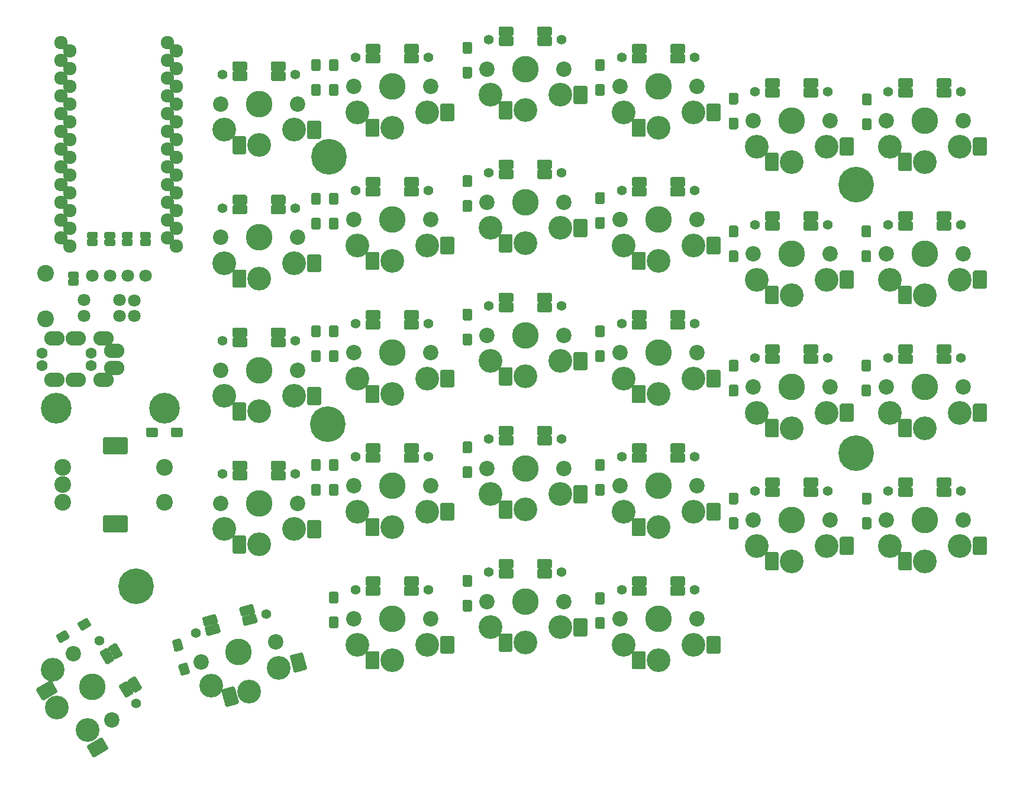
<source format=gts>
G04 #@! TF.GenerationSoftware,KiCad,Pcbnew,(5.1.9-0-10_14)*
G04 #@! TF.CreationDate,2021-03-05T16:26:51-07:00*
G04 #@! TF.ProjectId,SofleKeyboard,536f666c-654b-4657-9962-6f6172642e6b,rev?*
G04 #@! TF.SameCoordinates,Original*
G04 #@! TF.FileFunction,Soldermask,Top*
G04 #@! TF.FilePolarity,Negative*
%FSLAX46Y46*%
G04 Gerber Fmt 4.6, Leading zero omitted, Abs format (unit mm)*
G04 Created by KiCad (PCBNEW (5.1.9-0-10_14)) date 2021-03-05 16:26:51*
%MOMM*%
%LPD*%
G01*
G04 APERTURE LIST*
%ADD10C,1.400000*%
%ADD11C,3.400000*%
%ADD12C,3.800000*%
%ADD13C,2.200000*%
%ADD14C,1.924000*%
%ADD15C,4.400000*%
%ADD16C,1.797000*%
%ADD17C,2.400000*%
%ADD18C,5.100000*%
%ADD19C,1.600000*%
%ADD20O,2.900000X2.100000*%
G04 APERTURE END LIST*
G36*
G01*
X181500000Y-119201000D02*
X181500000Y-120201000D01*
G75*
G02*
X181300000Y-120401000I-200000J0D01*
G01*
X179600000Y-120401000D01*
G75*
G02*
X179400000Y-120201000I0J200000D01*
G01*
X179400000Y-119201000D01*
G75*
G02*
X179600000Y-119001000I200000J0D01*
G01*
X181300000Y-119001000D01*
G75*
G02*
X181500000Y-119201000I0J-200000D01*
G01*
G37*
G36*
G01*
X176000000Y-119201000D02*
X176000000Y-120201000D01*
G75*
G02*
X175800000Y-120401000I-200000J0D01*
G01*
X174100000Y-120401000D01*
G75*
G02*
X173900000Y-120201000I0J200000D01*
G01*
X173900000Y-119201000D01*
G75*
G02*
X174100000Y-119001000I200000J0D01*
G01*
X175800000Y-119001000D01*
G75*
G02*
X176000000Y-119201000I0J-200000D01*
G01*
G37*
G36*
G01*
X181500000Y-117801000D02*
X181500000Y-118801000D01*
G75*
G02*
X181300000Y-119001000I-200000J0D01*
G01*
X179600000Y-119001000D01*
G75*
G02*
X179400000Y-118801000I0J200000D01*
G01*
X179400000Y-117801000D01*
G75*
G02*
X179600000Y-117601000I200000J0D01*
G01*
X181300000Y-117601000D01*
G75*
G02*
X181500000Y-117801000I0J-200000D01*
G01*
G37*
G36*
G01*
X176000000Y-117801000D02*
X176000000Y-118801000D01*
G75*
G02*
X175800000Y-119001000I-200000J0D01*
G01*
X174100000Y-119001000D01*
G75*
G02*
X173900000Y-118801000I0J200000D01*
G01*
X173900000Y-117801000D01*
G75*
G02*
X174100000Y-117601000I200000J0D01*
G01*
X175800000Y-117601000D01*
G75*
G02*
X176000000Y-117801000I0J-200000D01*
G01*
G37*
D10*
X182920000Y-119500000D03*
X172480000Y-119500000D03*
D11*
X182700000Y-127400000D03*
G36*
G01*
X175900000Y-128500000D02*
X175900000Y-130700000D01*
G75*
G02*
X175700000Y-130900000I-200000J0D01*
G01*
X174100000Y-130900000D01*
G75*
G02*
X173900000Y-130700000I0J200000D01*
G01*
X173900000Y-128500000D01*
G75*
G02*
X174100000Y-128300000I200000J0D01*
G01*
X175700000Y-128300000D01*
G75*
G02*
X175900000Y-128500000I0J-200000D01*
G01*
G37*
G36*
G01*
X186600000Y-126300000D02*
X186600000Y-128500000D01*
G75*
G02*
X186400000Y-128700000I-200000J0D01*
G01*
X184800000Y-128700000D01*
G75*
G02*
X184600000Y-128500000I0J200000D01*
G01*
X184600000Y-126300000D01*
G75*
G02*
X184800000Y-126100000I200000J0D01*
G01*
X186400000Y-126100000D01*
G75*
G02*
X186600000Y-126300000I0J-200000D01*
G01*
G37*
X172700000Y-127400000D03*
X177700000Y-129600000D03*
D12*
X177700000Y-123700000D03*
D13*
X172200000Y-123700000D03*
X183200000Y-123700000D03*
G36*
G01*
X162450000Y-116701000D02*
X162450000Y-117701000D01*
G75*
G02*
X162250000Y-117901000I-200000J0D01*
G01*
X160550000Y-117901000D01*
G75*
G02*
X160350000Y-117701000I0J200000D01*
G01*
X160350000Y-116701000D01*
G75*
G02*
X160550000Y-116501000I200000J0D01*
G01*
X162250000Y-116501000D01*
G75*
G02*
X162450000Y-116701000I0J-200000D01*
G01*
G37*
G36*
G01*
X156950000Y-116701000D02*
X156950000Y-117701000D01*
G75*
G02*
X156750000Y-117901000I-200000J0D01*
G01*
X155050000Y-117901000D01*
G75*
G02*
X154850000Y-117701000I0J200000D01*
G01*
X154850000Y-116701000D01*
G75*
G02*
X155050000Y-116501000I200000J0D01*
G01*
X156750000Y-116501000D01*
G75*
G02*
X156950000Y-116701000I0J-200000D01*
G01*
G37*
G36*
G01*
X162450000Y-115301000D02*
X162450000Y-116301000D01*
G75*
G02*
X162250000Y-116501000I-200000J0D01*
G01*
X160550000Y-116501000D01*
G75*
G02*
X160350000Y-116301000I0J200000D01*
G01*
X160350000Y-115301000D01*
G75*
G02*
X160550000Y-115101000I200000J0D01*
G01*
X162250000Y-115101000D01*
G75*
G02*
X162450000Y-115301000I0J-200000D01*
G01*
G37*
G36*
G01*
X156950000Y-115301000D02*
X156950000Y-116301000D01*
G75*
G02*
X156750000Y-116501000I-200000J0D01*
G01*
X155050000Y-116501000D01*
G75*
G02*
X154850000Y-116301000I0J200000D01*
G01*
X154850000Y-115301000D01*
G75*
G02*
X155050000Y-115101000I200000J0D01*
G01*
X156750000Y-115101000D01*
G75*
G02*
X156950000Y-115301000I0J-200000D01*
G01*
G37*
D10*
X163870000Y-117000000D03*
X153430000Y-117000000D03*
D11*
X163650000Y-124900000D03*
G36*
G01*
X156850000Y-126000000D02*
X156850000Y-128200000D01*
G75*
G02*
X156650000Y-128400000I-200000J0D01*
G01*
X155050000Y-128400000D01*
G75*
G02*
X154850000Y-128200000I0J200000D01*
G01*
X154850000Y-126000000D01*
G75*
G02*
X155050000Y-125800000I200000J0D01*
G01*
X156650000Y-125800000D01*
G75*
G02*
X156850000Y-126000000I0J-200000D01*
G01*
G37*
G36*
G01*
X167550000Y-123800000D02*
X167550000Y-126000000D01*
G75*
G02*
X167350000Y-126200000I-200000J0D01*
G01*
X165750000Y-126200000D01*
G75*
G02*
X165550000Y-126000000I0J200000D01*
G01*
X165550000Y-123800000D01*
G75*
G02*
X165750000Y-123600000I200000J0D01*
G01*
X167350000Y-123600000D01*
G75*
G02*
X167550000Y-123800000I0J-200000D01*
G01*
G37*
X153650000Y-124900000D03*
X158650000Y-127100000D03*
D12*
X158650000Y-121200000D03*
D13*
X153150000Y-121200000D03*
X164150000Y-121200000D03*
G36*
G01*
X143400000Y-119201000D02*
X143400000Y-120201000D01*
G75*
G02*
X143200000Y-120401000I-200000J0D01*
G01*
X141500000Y-120401000D01*
G75*
G02*
X141300000Y-120201000I0J200000D01*
G01*
X141300000Y-119201000D01*
G75*
G02*
X141500000Y-119001000I200000J0D01*
G01*
X143200000Y-119001000D01*
G75*
G02*
X143400000Y-119201000I0J-200000D01*
G01*
G37*
G36*
G01*
X137900000Y-119201000D02*
X137900000Y-120201000D01*
G75*
G02*
X137700000Y-120401000I-200000J0D01*
G01*
X136000000Y-120401000D01*
G75*
G02*
X135800000Y-120201000I0J200000D01*
G01*
X135800000Y-119201000D01*
G75*
G02*
X136000000Y-119001000I200000J0D01*
G01*
X137700000Y-119001000D01*
G75*
G02*
X137900000Y-119201000I0J-200000D01*
G01*
G37*
G36*
G01*
X143400000Y-117801000D02*
X143400000Y-118801000D01*
G75*
G02*
X143200000Y-119001000I-200000J0D01*
G01*
X141500000Y-119001000D01*
G75*
G02*
X141300000Y-118801000I0J200000D01*
G01*
X141300000Y-117801000D01*
G75*
G02*
X141500000Y-117601000I200000J0D01*
G01*
X143200000Y-117601000D01*
G75*
G02*
X143400000Y-117801000I0J-200000D01*
G01*
G37*
G36*
G01*
X137900000Y-117801000D02*
X137900000Y-118801000D01*
G75*
G02*
X137700000Y-119001000I-200000J0D01*
G01*
X136000000Y-119001000D01*
G75*
G02*
X135800000Y-118801000I0J200000D01*
G01*
X135800000Y-117801000D01*
G75*
G02*
X136000000Y-117601000I200000J0D01*
G01*
X137700000Y-117601000D01*
G75*
G02*
X137900000Y-117801000I0J-200000D01*
G01*
G37*
D10*
X144820000Y-119500000D03*
X134380000Y-119500000D03*
D11*
X144600000Y-127400000D03*
G36*
G01*
X137800000Y-128500000D02*
X137800000Y-130700000D01*
G75*
G02*
X137600000Y-130900000I-200000J0D01*
G01*
X136000000Y-130900000D01*
G75*
G02*
X135800000Y-130700000I0J200000D01*
G01*
X135800000Y-128500000D01*
G75*
G02*
X136000000Y-128300000I200000J0D01*
G01*
X137600000Y-128300000D01*
G75*
G02*
X137800000Y-128500000I0J-200000D01*
G01*
G37*
G36*
G01*
X148500000Y-126300000D02*
X148500000Y-128500000D01*
G75*
G02*
X148300000Y-128700000I-200000J0D01*
G01*
X146700000Y-128700000D01*
G75*
G02*
X146500000Y-128500000I0J200000D01*
G01*
X146500000Y-126300000D01*
G75*
G02*
X146700000Y-126100000I200000J0D01*
G01*
X148300000Y-126100000D01*
G75*
G02*
X148500000Y-126300000I0J-200000D01*
G01*
G37*
X134600000Y-127400000D03*
X139600000Y-129600000D03*
D12*
X139600000Y-123700000D03*
D13*
X134100000Y-123700000D03*
X145100000Y-123700000D03*
G36*
G01*
X120106091Y-123070787D02*
X120364910Y-124036713D01*
G75*
G02*
X120223489Y-124281662I-193185J-51764D01*
G01*
X118581416Y-124721654D01*
G75*
G02*
X118336467Y-124580233I-51764J193185D01*
G01*
X118077648Y-123614307D01*
G75*
G02*
X118219069Y-123369358I193185J51764D01*
G01*
X119861142Y-122929366D01*
G75*
G02*
X120106091Y-123070787I51764J-193185D01*
G01*
G37*
G36*
G01*
X114793499Y-124494292D02*
X115052318Y-125460218D01*
G75*
G02*
X114910897Y-125705167I-193185J-51764D01*
G01*
X113268824Y-126145159D01*
G75*
G02*
X113023875Y-126003738I-51764J193185D01*
G01*
X112765056Y-125037812D01*
G75*
G02*
X112906477Y-124792863I193185J51764D01*
G01*
X114548550Y-124352871D01*
G75*
G02*
X114793499Y-124494292I51764J-193185D01*
G01*
G37*
G36*
G01*
X119743744Y-121718491D02*
X120002563Y-122684417D01*
G75*
G02*
X119861142Y-122929366I-193185J-51764D01*
G01*
X118219069Y-123369358D01*
G75*
G02*
X117974120Y-123227937I-51764J193185D01*
G01*
X117715301Y-122262011D01*
G75*
G02*
X117856722Y-122017062I193185J51764D01*
G01*
X119498795Y-121577070D01*
G75*
G02*
X119743744Y-121718491I51764J-193185D01*
G01*
G37*
G36*
G01*
X114431152Y-123141996D02*
X114689971Y-124107922D01*
G75*
G02*
X114548550Y-124352871I-193185J-51764D01*
G01*
X112906477Y-124792863D01*
G75*
G02*
X112661528Y-124651442I-51764J193185D01*
G01*
X112402709Y-123685516D01*
G75*
G02*
X112544130Y-123440567I193185J51764D01*
G01*
X114186203Y-123000575D01*
G75*
G02*
X114431152Y-123141996I51764J-193185D01*
G01*
G37*
D10*
X121555093Y-122992076D03*
X111470827Y-125694147D03*
D11*
X123387260Y-130679830D03*
G36*
G01*
X117103665Y-133502318D02*
X117673067Y-135627355D01*
G75*
G02*
X117531646Y-135872304I-193185J-51764D01*
G01*
X115986164Y-136286415D01*
G75*
G02*
X115741215Y-136144994I-51764J193185D01*
G01*
X115171813Y-134019957D01*
G75*
G02*
X115313234Y-133775008I193185J51764D01*
G01*
X116858716Y-133360897D01*
G75*
G02*
X117103665Y-133502318I51764J-193185D01*
G01*
G37*
G36*
G01*
X126869669Y-128607917D02*
X127439071Y-130732954D01*
G75*
G02*
X127297650Y-130977903I-193185J-51764D01*
G01*
X125752168Y-131392014D01*
G75*
G02*
X125507219Y-131250593I-51764J193185D01*
G01*
X124937817Y-129125556D01*
G75*
G02*
X125079238Y-128880607I193185J51764D01*
G01*
X126624720Y-128466496D01*
G75*
G02*
X126869669Y-128607917I51764J-193185D01*
G01*
G37*
X113728001Y-133268021D03*
X119127032Y-134098962D03*
D12*
X117600000Y-128400000D03*
D13*
X112287408Y-129823505D03*
X122912592Y-126976495D03*
G36*
G01*
X102506249Y-134441397D02*
X101640223Y-134941397D01*
G75*
G02*
X101367018Y-134868192I-100000J173205D01*
G01*
X100517018Y-133395948D01*
G75*
G02*
X100590223Y-133122743I173205J100000D01*
G01*
X101456249Y-132622743D01*
G75*
G02*
X101729454Y-132695948I100000J-173205D01*
G01*
X102579454Y-134168192D01*
G75*
G02*
X102506249Y-134441397I-173205J-100000D01*
G01*
G37*
G36*
G01*
X99756249Y-129678257D02*
X98890223Y-130178257D01*
G75*
G02*
X98617018Y-130105052I-100000J173205D01*
G01*
X97767018Y-128632808D01*
G75*
G02*
X97840223Y-128359603I173205J100000D01*
G01*
X98706249Y-127859603D01*
G75*
G02*
X98979454Y-127932808I100000J-173205D01*
G01*
X99829454Y-129405052D01*
G75*
G02*
X99756249Y-129678257I-173205J-100000D01*
G01*
G37*
G36*
G01*
X103718684Y-133741397D02*
X102852658Y-134241397D01*
G75*
G02*
X102579453Y-134168192I-100000J173205D01*
G01*
X101729453Y-132695948D01*
G75*
G02*
X101802658Y-132422743I173205J100000D01*
G01*
X102668684Y-131922743D01*
G75*
G02*
X102941889Y-131995948I100000J-173205D01*
G01*
X103791889Y-133468192D01*
G75*
G02*
X103718684Y-133741397I-173205J-100000D01*
G01*
G37*
G36*
G01*
X100968684Y-128978257D02*
X100102658Y-129478257D01*
G75*
G02*
X99829453Y-129405052I-100000J173205D01*
G01*
X98979453Y-127932808D01*
G75*
G02*
X99052658Y-127659603I173205J100000D01*
G01*
X99918684Y-127159603D01*
G75*
G02*
X100191889Y-127232808I100000J-173205D01*
G01*
X101041889Y-128705052D01*
G75*
G02*
X100968684Y-128978257I-173205J-100000D01*
G01*
G37*
D10*
X102957307Y-135820653D03*
X97737307Y-126779347D03*
D11*
X96005706Y-139580127D03*
G36*
G01*
X91653078Y-134241154D02*
X89747822Y-135341154D01*
G75*
G02*
X89474617Y-135267949I-100000J173205D01*
G01*
X88674617Y-133882309D01*
G75*
G02*
X88747822Y-133609104I173205J100000D01*
G01*
X90653078Y-132509104D01*
G75*
G02*
X90926283Y-132582309I100000J-173205D01*
G01*
X91726283Y-133967949D01*
G75*
G02*
X91653078Y-134241154I-173205J-100000D01*
G01*
G37*
G36*
G01*
X98908334Y-142407626D02*
X97003078Y-143507626D01*
G75*
G02*
X96729873Y-143434421I-100000J173205D01*
G01*
X95929873Y-142048781D01*
G75*
G02*
X96003078Y-141775576I173205J100000D01*
G01*
X97908334Y-140675576D01*
G75*
G02*
X98181539Y-140748781I100000J-173205D01*
G01*
X98981539Y-142134421D01*
G75*
G02*
X98908334Y-142407626I-173205J-100000D01*
G01*
G37*
X91005706Y-130919873D03*
X91600450Y-136350000D03*
D12*
X96710000Y-133400000D03*
D13*
X93960000Y-128636860D03*
X99460000Y-138163140D03*
G36*
G01*
X219600000Y-105051000D02*
X219600000Y-106051000D01*
G75*
G02*
X219400000Y-106251000I-200000J0D01*
G01*
X217700000Y-106251000D01*
G75*
G02*
X217500000Y-106051000I0J200000D01*
G01*
X217500000Y-105051000D01*
G75*
G02*
X217700000Y-104851000I200000J0D01*
G01*
X219400000Y-104851000D01*
G75*
G02*
X219600000Y-105051000I0J-200000D01*
G01*
G37*
G36*
G01*
X214100000Y-105051000D02*
X214100000Y-106051000D01*
G75*
G02*
X213900000Y-106251000I-200000J0D01*
G01*
X212200000Y-106251000D01*
G75*
G02*
X212000000Y-106051000I0J200000D01*
G01*
X212000000Y-105051000D01*
G75*
G02*
X212200000Y-104851000I200000J0D01*
G01*
X213900000Y-104851000D01*
G75*
G02*
X214100000Y-105051000I0J-200000D01*
G01*
G37*
G36*
G01*
X219600000Y-103651000D02*
X219600000Y-104651000D01*
G75*
G02*
X219400000Y-104851000I-200000J0D01*
G01*
X217700000Y-104851000D01*
G75*
G02*
X217500000Y-104651000I0J200000D01*
G01*
X217500000Y-103651000D01*
G75*
G02*
X217700000Y-103451000I200000J0D01*
G01*
X219400000Y-103451000D01*
G75*
G02*
X219600000Y-103651000I0J-200000D01*
G01*
G37*
G36*
G01*
X214100000Y-103651000D02*
X214100000Y-104651000D01*
G75*
G02*
X213900000Y-104851000I-200000J0D01*
G01*
X212200000Y-104851000D01*
G75*
G02*
X212000000Y-104651000I0J200000D01*
G01*
X212000000Y-103651000D01*
G75*
G02*
X212200000Y-103451000I200000J0D01*
G01*
X213900000Y-103451000D01*
G75*
G02*
X214100000Y-103651000I0J-200000D01*
G01*
G37*
D10*
X221020000Y-105350000D03*
X210580000Y-105350000D03*
D11*
X220800000Y-113250000D03*
G36*
G01*
X214000000Y-114350000D02*
X214000000Y-116550000D01*
G75*
G02*
X213800000Y-116750000I-200000J0D01*
G01*
X212200000Y-116750000D01*
G75*
G02*
X212000000Y-116550000I0J200000D01*
G01*
X212000000Y-114350000D01*
G75*
G02*
X212200000Y-114150000I200000J0D01*
G01*
X213800000Y-114150000D01*
G75*
G02*
X214000000Y-114350000I0J-200000D01*
G01*
G37*
G36*
G01*
X224700000Y-112150000D02*
X224700000Y-114350000D01*
G75*
G02*
X224500000Y-114550000I-200000J0D01*
G01*
X222900000Y-114550000D01*
G75*
G02*
X222700000Y-114350000I0J200000D01*
G01*
X222700000Y-112150000D01*
G75*
G02*
X222900000Y-111950000I200000J0D01*
G01*
X224500000Y-111950000D01*
G75*
G02*
X224700000Y-112150000I0J-200000D01*
G01*
G37*
X210800000Y-113250000D03*
X215800000Y-115450000D03*
D12*
X215800000Y-109550000D03*
D13*
X210300000Y-109550000D03*
X221300000Y-109550000D03*
G36*
G01*
X200550000Y-105051000D02*
X200550000Y-106051000D01*
G75*
G02*
X200350000Y-106251000I-200000J0D01*
G01*
X198650000Y-106251000D01*
G75*
G02*
X198450000Y-106051000I0J200000D01*
G01*
X198450000Y-105051000D01*
G75*
G02*
X198650000Y-104851000I200000J0D01*
G01*
X200350000Y-104851000D01*
G75*
G02*
X200550000Y-105051000I0J-200000D01*
G01*
G37*
G36*
G01*
X195050000Y-105051000D02*
X195050000Y-106051000D01*
G75*
G02*
X194850000Y-106251000I-200000J0D01*
G01*
X193150000Y-106251000D01*
G75*
G02*
X192950000Y-106051000I0J200000D01*
G01*
X192950000Y-105051000D01*
G75*
G02*
X193150000Y-104851000I200000J0D01*
G01*
X194850000Y-104851000D01*
G75*
G02*
X195050000Y-105051000I0J-200000D01*
G01*
G37*
G36*
G01*
X200550000Y-103651000D02*
X200550000Y-104651000D01*
G75*
G02*
X200350000Y-104851000I-200000J0D01*
G01*
X198650000Y-104851000D01*
G75*
G02*
X198450000Y-104651000I0J200000D01*
G01*
X198450000Y-103651000D01*
G75*
G02*
X198650000Y-103451000I200000J0D01*
G01*
X200350000Y-103451000D01*
G75*
G02*
X200550000Y-103651000I0J-200000D01*
G01*
G37*
G36*
G01*
X195050000Y-103651000D02*
X195050000Y-104651000D01*
G75*
G02*
X194850000Y-104851000I-200000J0D01*
G01*
X193150000Y-104851000D01*
G75*
G02*
X192950000Y-104651000I0J200000D01*
G01*
X192950000Y-103651000D01*
G75*
G02*
X193150000Y-103451000I200000J0D01*
G01*
X194850000Y-103451000D01*
G75*
G02*
X195050000Y-103651000I0J-200000D01*
G01*
G37*
D10*
X201970000Y-105350000D03*
X191530000Y-105350000D03*
D11*
X201750000Y-113250000D03*
G36*
G01*
X194950000Y-114350000D02*
X194950000Y-116550000D01*
G75*
G02*
X194750000Y-116750000I-200000J0D01*
G01*
X193150000Y-116750000D01*
G75*
G02*
X192950000Y-116550000I0J200000D01*
G01*
X192950000Y-114350000D01*
G75*
G02*
X193150000Y-114150000I200000J0D01*
G01*
X194750000Y-114150000D01*
G75*
G02*
X194950000Y-114350000I0J-200000D01*
G01*
G37*
G36*
G01*
X205650000Y-112150000D02*
X205650000Y-114350000D01*
G75*
G02*
X205450000Y-114550000I-200000J0D01*
G01*
X203850000Y-114550000D01*
G75*
G02*
X203650000Y-114350000I0J200000D01*
G01*
X203650000Y-112150000D01*
G75*
G02*
X203850000Y-111950000I200000J0D01*
G01*
X205450000Y-111950000D01*
G75*
G02*
X205650000Y-112150000I0J-200000D01*
G01*
G37*
X191750000Y-113250000D03*
X196750000Y-115450000D03*
D12*
X196750000Y-109550000D03*
D13*
X191250000Y-109550000D03*
X202250000Y-109550000D03*
G36*
G01*
X181500000Y-100151000D02*
X181500000Y-101151000D01*
G75*
G02*
X181300000Y-101351000I-200000J0D01*
G01*
X179600000Y-101351000D01*
G75*
G02*
X179400000Y-101151000I0J200000D01*
G01*
X179400000Y-100151000D01*
G75*
G02*
X179600000Y-99951000I200000J0D01*
G01*
X181300000Y-99951000D01*
G75*
G02*
X181500000Y-100151000I0J-200000D01*
G01*
G37*
G36*
G01*
X176000000Y-100151000D02*
X176000000Y-101151000D01*
G75*
G02*
X175800000Y-101351000I-200000J0D01*
G01*
X174100000Y-101351000D01*
G75*
G02*
X173900000Y-101151000I0J200000D01*
G01*
X173900000Y-100151000D01*
G75*
G02*
X174100000Y-99951000I200000J0D01*
G01*
X175800000Y-99951000D01*
G75*
G02*
X176000000Y-100151000I0J-200000D01*
G01*
G37*
G36*
G01*
X181500000Y-98751000D02*
X181500000Y-99751000D01*
G75*
G02*
X181300000Y-99951000I-200000J0D01*
G01*
X179600000Y-99951000D01*
G75*
G02*
X179400000Y-99751000I0J200000D01*
G01*
X179400000Y-98751000D01*
G75*
G02*
X179600000Y-98551000I200000J0D01*
G01*
X181300000Y-98551000D01*
G75*
G02*
X181500000Y-98751000I0J-200000D01*
G01*
G37*
G36*
G01*
X176000000Y-98751000D02*
X176000000Y-99751000D01*
G75*
G02*
X175800000Y-99951000I-200000J0D01*
G01*
X174100000Y-99951000D01*
G75*
G02*
X173900000Y-99751000I0J200000D01*
G01*
X173900000Y-98751000D01*
G75*
G02*
X174100000Y-98551000I200000J0D01*
G01*
X175800000Y-98551000D01*
G75*
G02*
X176000000Y-98751000I0J-200000D01*
G01*
G37*
D10*
X182920000Y-100450000D03*
X172480000Y-100450000D03*
D11*
X182700000Y-108350000D03*
G36*
G01*
X175900000Y-109450000D02*
X175900000Y-111650000D01*
G75*
G02*
X175700000Y-111850000I-200000J0D01*
G01*
X174100000Y-111850000D01*
G75*
G02*
X173900000Y-111650000I0J200000D01*
G01*
X173900000Y-109450000D01*
G75*
G02*
X174100000Y-109250000I200000J0D01*
G01*
X175700000Y-109250000D01*
G75*
G02*
X175900000Y-109450000I0J-200000D01*
G01*
G37*
G36*
G01*
X186600000Y-107250000D02*
X186600000Y-109450000D01*
G75*
G02*
X186400000Y-109650000I-200000J0D01*
G01*
X184800000Y-109650000D01*
G75*
G02*
X184600000Y-109450000I0J200000D01*
G01*
X184600000Y-107250000D01*
G75*
G02*
X184800000Y-107050000I200000J0D01*
G01*
X186400000Y-107050000D01*
G75*
G02*
X186600000Y-107250000I0J-200000D01*
G01*
G37*
X172700000Y-108350000D03*
X177700000Y-110550000D03*
D12*
X177700000Y-104650000D03*
D13*
X172200000Y-104650000D03*
X183200000Y-104650000D03*
G36*
G01*
X162450000Y-97651000D02*
X162450000Y-98651000D01*
G75*
G02*
X162250000Y-98851000I-200000J0D01*
G01*
X160550000Y-98851000D01*
G75*
G02*
X160350000Y-98651000I0J200000D01*
G01*
X160350000Y-97651000D01*
G75*
G02*
X160550000Y-97451000I200000J0D01*
G01*
X162250000Y-97451000D01*
G75*
G02*
X162450000Y-97651000I0J-200000D01*
G01*
G37*
G36*
G01*
X156950000Y-97651000D02*
X156950000Y-98651000D01*
G75*
G02*
X156750000Y-98851000I-200000J0D01*
G01*
X155050000Y-98851000D01*
G75*
G02*
X154850000Y-98651000I0J200000D01*
G01*
X154850000Y-97651000D01*
G75*
G02*
X155050000Y-97451000I200000J0D01*
G01*
X156750000Y-97451000D01*
G75*
G02*
X156950000Y-97651000I0J-200000D01*
G01*
G37*
G36*
G01*
X162450000Y-96251000D02*
X162450000Y-97251000D01*
G75*
G02*
X162250000Y-97451000I-200000J0D01*
G01*
X160550000Y-97451000D01*
G75*
G02*
X160350000Y-97251000I0J200000D01*
G01*
X160350000Y-96251000D01*
G75*
G02*
X160550000Y-96051000I200000J0D01*
G01*
X162250000Y-96051000D01*
G75*
G02*
X162450000Y-96251000I0J-200000D01*
G01*
G37*
G36*
G01*
X156950000Y-96251000D02*
X156950000Y-97251000D01*
G75*
G02*
X156750000Y-97451000I-200000J0D01*
G01*
X155050000Y-97451000D01*
G75*
G02*
X154850000Y-97251000I0J200000D01*
G01*
X154850000Y-96251000D01*
G75*
G02*
X155050000Y-96051000I200000J0D01*
G01*
X156750000Y-96051000D01*
G75*
G02*
X156950000Y-96251000I0J-200000D01*
G01*
G37*
D10*
X163870000Y-97950000D03*
X153430000Y-97950000D03*
D11*
X163650000Y-105850000D03*
G36*
G01*
X156850000Y-106950000D02*
X156850000Y-109150000D01*
G75*
G02*
X156650000Y-109350000I-200000J0D01*
G01*
X155050000Y-109350000D01*
G75*
G02*
X154850000Y-109150000I0J200000D01*
G01*
X154850000Y-106950000D01*
G75*
G02*
X155050000Y-106750000I200000J0D01*
G01*
X156650000Y-106750000D01*
G75*
G02*
X156850000Y-106950000I0J-200000D01*
G01*
G37*
G36*
G01*
X167550000Y-104750000D02*
X167550000Y-106950000D01*
G75*
G02*
X167350000Y-107150000I-200000J0D01*
G01*
X165750000Y-107150000D01*
G75*
G02*
X165550000Y-106950000I0J200000D01*
G01*
X165550000Y-104750000D01*
G75*
G02*
X165750000Y-104550000I200000J0D01*
G01*
X167350000Y-104550000D01*
G75*
G02*
X167550000Y-104750000I0J-200000D01*
G01*
G37*
X153650000Y-105850000D03*
X158650000Y-108050000D03*
D12*
X158650000Y-102150000D03*
D13*
X153150000Y-102150000D03*
X164150000Y-102150000D03*
G36*
G01*
X143400000Y-100151000D02*
X143400000Y-101151000D01*
G75*
G02*
X143200000Y-101351000I-200000J0D01*
G01*
X141500000Y-101351000D01*
G75*
G02*
X141300000Y-101151000I0J200000D01*
G01*
X141300000Y-100151000D01*
G75*
G02*
X141500000Y-99951000I200000J0D01*
G01*
X143200000Y-99951000D01*
G75*
G02*
X143400000Y-100151000I0J-200000D01*
G01*
G37*
G36*
G01*
X137900000Y-100151000D02*
X137900000Y-101151000D01*
G75*
G02*
X137700000Y-101351000I-200000J0D01*
G01*
X136000000Y-101351000D01*
G75*
G02*
X135800000Y-101151000I0J200000D01*
G01*
X135800000Y-100151000D01*
G75*
G02*
X136000000Y-99951000I200000J0D01*
G01*
X137700000Y-99951000D01*
G75*
G02*
X137900000Y-100151000I0J-200000D01*
G01*
G37*
G36*
G01*
X143400000Y-98751000D02*
X143400000Y-99751000D01*
G75*
G02*
X143200000Y-99951000I-200000J0D01*
G01*
X141500000Y-99951000D01*
G75*
G02*
X141300000Y-99751000I0J200000D01*
G01*
X141300000Y-98751000D01*
G75*
G02*
X141500000Y-98551000I200000J0D01*
G01*
X143200000Y-98551000D01*
G75*
G02*
X143400000Y-98751000I0J-200000D01*
G01*
G37*
G36*
G01*
X137900000Y-98751000D02*
X137900000Y-99751000D01*
G75*
G02*
X137700000Y-99951000I-200000J0D01*
G01*
X136000000Y-99951000D01*
G75*
G02*
X135800000Y-99751000I0J200000D01*
G01*
X135800000Y-98751000D01*
G75*
G02*
X136000000Y-98551000I200000J0D01*
G01*
X137700000Y-98551000D01*
G75*
G02*
X137900000Y-98751000I0J-200000D01*
G01*
G37*
D10*
X144820000Y-100450000D03*
X134380000Y-100450000D03*
D11*
X144600000Y-108350000D03*
G36*
G01*
X137800000Y-109450000D02*
X137800000Y-111650000D01*
G75*
G02*
X137600000Y-111850000I-200000J0D01*
G01*
X136000000Y-111850000D01*
G75*
G02*
X135800000Y-111650000I0J200000D01*
G01*
X135800000Y-109450000D01*
G75*
G02*
X136000000Y-109250000I200000J0D01*
G01*
X137600000Y-109250000D01*
G75*
G02*
X137800000Y-109450000I0J-200000D01*
G01*
G37*
G36*
G01*
X148500000Y-107250000D02*
X148500000Y-109450000D01*
G75*
G02*
X148300000Y-109650000I-200000J0D01*
G01*
X146700000Y-109650000D01*
G75*
G02*
X146500000Y-109450000I0J200000D01*
G01*
X146500000Y-107250000D01*
G75*
G02*
X146700000Y-107050000I200000J0D01*
G01*
X148300000Y-107050000D01*
G75*
G02*
X148500000Y-107250000I0J-200000D01*
G01*
G37*
X134600000Y-108350000D03*
X139600000Y-110550000D03*
D12*
X139600000Y-104650000D03*
D13*
X134100000Y-104650000D03*
X145100000Y-104650000D03*
G36*
G01*
X124350000Y-102651000D02*
X124350000Y-103651000D01*
G75*
G02*
X124150000Y-103851000I-200000J0D01*
G01*
X122450000Y-103851000D01*
G75*
G02*
X122250000Y-103651000I0J200000D01*
G01*
X122250000Y-102651000D01*
G75*
G02*
X122450000Y-102451000I200000J0D01*
G01*
X124150000Y-102451000D01*
G75*
G02*
X124350000Y-102651000I0J-200000D01*
G01*
G37*
G36*
G01*
X118850000Y-102651000D02*
X118850000Y-103651000D01*
G75*
G02*
X118650000Y-103851000I-200000J0D01*
G01*
X116950000Y-103851000D01*
G75*
G02*
X116750000Y-103651000I0J200000D01*
G01*
X116750000Y-102651000D01*
G75*
G02*
X116950000Y-102451000I200000J0D01*
G01*
X118650000Y-102451000D01*
G75*
G02*
X118850000Y-102651000I0J-200000D01*
G01*
G37*
G36*
G01*
X124350000Y-101251000D02*
X124350000Y-102251000D01*
G75*
G02*
X124150000Y-102451000I-200000J0D01*
G01*
X122450000Y-102451000D01*
G75*
G02*
X122250000Y-102251000I0J200000D01*
G01*
X122250000Y-101251000D01*
G75*
G02*
X122450000Y-101051000I200000J0D01*
G01*
X124150000Y-101051000D01*
G75*
G02*
X124350000Y-101251000I0J-200000D01*
G01*
G37*
G36*
G01*
X118850000Y-101251000D02*
X118850000Y-102251000D01*
G75*
G02*
X118650000Y-102451000I-200000J0D01*
G01*
X116950000Y-102451000D01*
G75*
G02*
X116750000Y-102251000I0J200000D01*
G01*
X116750000Y-101251000D01*
G75*
G02*
X116950000Y-101051000I200000J0D01*
G01*
X118650000Y-101051000D01*
G75*
G02*
X118850000Y-101251000I0J-200000D01*
G01*
G37*
D10*
X125770000Y-102950000D03*
X115330000Y-102950000D03*
D11*
X125550000Y-110850000D03*
G36*
G01*
X118750000Y-111950000D02*
X118750000Y-114150000D01*
G75*
G02*
X118550000Y-114350000I-200000J0D01*
G01*
X116950000Y-114350000D01*
G75*
G02*
X116750000Y-114150000I0J200000D01*
G01*
X116750000Y-111950000D01*
G75*
G02*
X116950000Y-111750000I200000J0D01*
G01*
X118550000Y-111750000D01*
G75*
G02*
X118750000Y-111950000I0J-200000D01*
G01*
G37*
G36*
G01*
X129450000Y-109750000D02*
X129450000Y-111950000D01*
G75*
G02*
X129250000Y-112150000I-200000J0D01*
G01*
X127650000Y-112150000D01*
G75*
G02*
X127450000Y-111950000I0J200000D01*
G01*
X127450000Y-109750000D01*
G75*
G02*
X127650000Y-109550000I200000J0D01*
G01*
X129250000Y-109550000D01*
G75*
G02*
X129450000Y-109750000I0J-200000D01*
G01*
G37*
X115550000Y-110850000D03*
X120550000Y-113050000D03*
D12*
X120550000Y-107150000D03*
D13*
X115050000Y-107150000D03*
X126050000Y-107150000D03*
G36*
G01*
X219600000Y-86001000D02*
X219600000Y-87001000D01*
G75*
G02*
X219400000Y-87201000I-200000J0D01*
G01*
X217700000Y-87201000D01*
G75*
G02*
X217500000Y-87001000I0J200000D01*
G01*
X217500000Y-86001000D01*
G75*
G02*
X217700000Y-85801000I200000J0D01*
G01*
X219400000Y-85801000D01*
G75*
G02*
X219600000Y-86001000I0J-200000D01*
G01*
G37*
G36*
G01*
X214100000Y-86001000D02*
X214100000Y-87001000D01*
G75*
G02*
X213900000Y-87201000I-200000J0D01*
G01*
X212200000Y-87201000D01*
G75*
G02*
X212000000Y-87001000I0J200000D01*
G01*
X212000000Y-86001000D01*
G75*
G02*
X212200000Y-85801000I200000J0D01*
G01*
X213900000Y-85801000D01*
G75*
G02*
X214100000Y-86001000I0J-200000D01*
G01*
G37*
G36*
G01*
X219600000Y-84601000D02*
X219600000Y-85601000D01*
G75*
G02*
X219400000Y-85801000I-200000J0D01*
G01*
X217700000Y-85801000D01*
G75*
G02*
X217500000Y-85601000I0J200000D01*
G01*
X217500000Y-84601000D01*
G75*
G02*
X217700000Y-84401000I200000J0D01*
G01*
X219400000Y-84401000D01*
G75*
G02*
X219600000Y-84601000I0J-200000D01*
G01*
G37*
G36*
G01*
X214100000Y-84601000D02*
X214100000Y-85601000D01*
G75*
G02*
X213900000Y-85801000I-200000J0D01*
G01*
X212200000Y-85801000D01*
G75*
G02*
X212000000Y-85601000I0J200000D01*
G01*
X212000000Y-84601000D01*
G75*
G02*
X212200000Y-84401000I200000J0D01*
G01*
X213900000Y-84401000D01*
G75*
G02*
X214100000Y-84601000I0J-200000D01*
G01*
G37*
D10*
X221020000Y-86300000D03*
X210580000Y-86300000D03*
D11*
X220800000Y-94200000D03*
G36*
G01*
X214000000Y-95300000D02*
X214000000Y-97500000D01*
G75*
G02*
X213800000Y-97700000I-200000J0D01*
G01*
X212200000Y-97700000D01*
G75*
G02*
X212000000Y-97500000I0J200000D01*
G01*
X212000000Y-95300000D01*
G75*
G02*
X212200000Y-95100000I200000J0D01*
G01*
X213800000Y-95100000D01*
G75*
G02*
X214000000Y-95300000I0J-200000D01*
G01*
G37*
G36*
G01*
X224700000Y-93100000D02*
X224700000Y-95300000D01*
G75*
G02*
X224500000Y-95500000I-200000J0D01*
G01*
X222900000Y-95500000D01*
G75*
G02*
X222700000Y-95300000I0J200000D01*
G01*
X222700000Y-93100000D01*
G75*
G02*
X222900000Y-92900000I200000J0D01*
G01*
X224500000Y-92900000D01*
G75*
G02*
X224700000Y-93100000I0J-200000D01*
G01*
G37*
X210800000Y-94200000D03*
X215800000Y-96400000D03*
D12*
X215800000Y-90500000D03*
D13*
X210300000Y-90500000D03*
X221300000Y-90500000D03*
G36*
G01*
X200550000Y-86001000D02*
X200550000Y-87001000D01*
G75*
G02*
X200350000Y-87201000I-200000J0D01*
G01*
X198650000Y-87201000D01*
G75*
G02*
X198450000Y-87001000I0J200000D01*
G01*
X198450000Y-86001000D01*
G75*
G02*
X198650000Y-85801000I200000J0D01*
G01*
X200350000Y-85801000D01*
G75*
G02*
X200550000Y-86001000I0J-200000D01*
G01*
G37*
G36*
G01*
X195050000Y-86001000D02*
X195050000Y-87001000D01*
G75*
G02*
X194850000Y-87201000I-200000J0D01*
G01*
X193150000Y-87201000D01*
G75*
G02*
X192950000Y-87001000I0J200000D01*
G01*
X192950000Y-86001000D01*
G75*
G02*
X193150000Y-85801000I200000J0D01*
G01*
X194850000Y-85801000D01*
G75*
G02*
X195050000Y-86001000I0J-200000D01*
G01*
G37*
G36*
G01*
X200550000Y-84601000D02*
X200550000Y-85601000D01*
G75*
G02*
X200350000Y-85801000I-200000J0D01*
G01*
X198650000Y-85801000D01*
G75*
G02*
X198450000Y-85601000I0J200000D01*
G01*
X198450000Y-84601000D01*
G75*
G02*
X198650000Y-84401000I200000J0D01*
G01*
X200350000Y-84401000D01*
G75*
G02*
X200550000Y-84601000I0J-200000D01*
G01*
G37*
G36*
G01*
X195050000Y-84601000D02*
X195050000Y-85601000D01*
G75*
G02*
X194850000Y-85801000I-200000J0D01*
G01*
X193150000Y-85801000D01*
G75*
G02*
X192950000Y-85601000I0J200000D01*
G01*
X192950000Y-84601000D01*
G75*
G02*
X193150000Y-84401000I200000J0D01*
G01*
X194850000Y-84401000D01*
G75*
G02*
X195050000Y-84601000I0J-200000D01*
G01*
G37*
D10*
X201970000Y-86300000D03*
X191530000Y-86300000D03*
D11*
X201750000Y-94200000D03*
G36*
G01*
X194950000Y-95300000D02*
X194950000Y-97500000D01*
G75*
G02*
X194750000Y-97700000I-200000J0D01*
G01*
X193150000Y-97700000D01*
G75*
G02*
X192950000Y-97500000I0J200000D01*
G01*
X192950000Y-95300000D01*
G75*
G02*
X193150000Y-95100000I200000J0D01*
G01*
X194750000Y-95100000D01*
G75*
G02*
X194950000Y-95300000I0J-200000D01*
G01*
G37*
G36*
G01*
X205650000Y-93100000D02*
X205650000Y-95300000D01*
G75*
G02*
X205450000Y-95500000I-200000J0D01*
G01*
X203850000Y-95500000D01*
G75*
G02*
X203650000Y-95300000I0J200000D01*
G01*
X203650000Y-93100000D01*
G75*
G02*
X203850000Y-92900000I200000J0D01*
G01*
X205450000Y-92900000D01*
G75*
G02*
X205650000Y-93100000I0J-200000D01*
G01*
G37*
X191750000Y-94200000D03*
X196750000Y-96400000D03*
D12*
X196750000Y-90500000D03*
D13*
X191250000Y-90500000D03*
X202250000Y-90500000D03*
G36*
G01*
X181500000Y-81101000D02*
X181500000Y-82101000D01*
G75*
G02*
X181300000Y-82301000I-200000J0D01*
G01*
X179600000Y-82301000D01*
G75*
G02*
X179400000Y-82101000I0J200000D01*
G01*
X179400000Y-81101000D01*
G75*
G02*
X179600000Y-80901000I200000J0D01*
G01*
X181300000Y-80901000D01*
G75*
G02*
X181500000Y-81101000I0J-200000D01*
G01*
G37*
G36*
G01*
X176000000Y-81101000D02*
X176000000Y-82101000D01*
G75*
G02*
X175800000Y-82301000I-200000J0D01*
G01*
X174100000Y-82301000D01*
G75*
G02*
X173900000Y-82101000I0J200000D01*
G01*
X173900000Y-81101000D01*
G75*
G02*
X174100000Y-80901000I200000J0D01*
G01*
X175800000Y-80901000D01*
G75*
G02*
X176000000Y-81101000I0J-200000D01*
G01*
G37*
G36*
G01*
X181500000Y-79701000D02*
X181500000Y-80701000D01*
G75*
G02*
X181300000Y-80901000I-200000J0D01*
G01*
X179600000Y-80901000D01*
G75*
G02*
X179400000Y-80701000I0J200000D01*
G01*
X179400000Y-79701000D01*
G75*
G02*
X179600000Y-79501000I200000J0D01*
G01*
X181300000Y-79501000D01*
G75*
G02*
X181500000Y-79701000I0J-200000D01*
G01*
G37*
G36*
G01*
X176000000Y-79701000D02*
X176000000Y-80701000D01*
G75*
G02*
X175800000Y-80901000I-200000J0D01*
G01*
X174100000Y-80901000D01*
G75*
G02*
X173900000Y-80701000I0J200000D01*
G01*
X173900000Y-79701000D01*
G75*
G02*
X174100000Y-79501000I200000J0D01*
G01*
X175800000Y-79501000D01*
G75*
G02*
X176000000Y-79701000I0J-200000D01*
G01*
G37*
D10*
X182920000Y-81400000D03*
X172480000Y-81400000D03*
D11*
X182700000Y-89300000D03*
G36*
G01*
X175900000Y-90400000D02*
X175900000Y-92600000D01*
G75*
G02*
X175700000Y-92800000I-200000J0D01*
G01*
X174100000Y-92800000D01*
G75*
G02*
X173900000Y-92600000I0J200000D01*
G01*
X173900000Y-90400000D01*
G75*
G02*
X174100000Y-90200000I200000J0D01*
G01*
X175700000Y-90200000D01*
G75*
G02*
X175900000Y-90400000I0J-200000D01*
G01*
G37*
G36*
G01*
X186600000Y-88200000D02*
X186600000Y-90400000D01*
G75*
G02*
X186400000Y-90600000I-200000J0D01*
G01*
X184800000Y-90600000D01*
G75*
G02*
X184600000Y-90400000I0J200000D01*
G01*
X184600000Y-88200000D01*
G75*
G02*
X184800000Y-88000000I200000J0D01*
G01*
X186400000Y-88000000D01*
G75*
G02*
X186600000Y-88200000I0J-200000D01*
G01*
G37*
X172700000Y-89300000D03*
X177700000Y-91500000D03*
D12*
X177700000Y-85600000D03*
D13*
X172200000Y-85600000D03*
X183200000Y-85600000D03*
G36*
G01*
X162450000Y-78601000D02*
X162450000Y-79601000D01*
G75*
G02*
X162250000Y-79801000I-200000J0D01*
G01*
X160550000Y-79801000D01*
G75*
G02*
X160350000Y-79601000I0J200000D01*
G01*
X160350000Y-78601000D01*
G75*
G02*
X160550000Y-78401000I200000J0D01*
G01*
X162250000Y-78401000D01*
G75*
G02*
X162450000Y-78601000I0J-200000D01*
G01*
G37*
G36*
G01*
X156950000Y-78601000D02*
X156950000Y-79601000D01*
G75*
G02*
X156750000Y-79801000I-200000J0D01*
G01*
X155050000Y-79801000D01*
G75*
G02*
X154850000Y-79601000I0J200000D01*
G01*
X154850000Y-78601000D01*
G75*
G02*
X155050000Y-78401000I200000J0D01*
G01*
X156750000Y-78401000D01*
G75*
G02*
X156950000Y-78601000I0J-200000D01*
G01*
G37*
G36*
G01*
X162450000Y-77201000D02*
X162450000Y-78201000D01*
G75*
G02*
X162250000Y-78401000I-200000J0D01*
G01*
X160550000Y-78401000D01*
G75*
G02*
X160350000Y-78201000I0J200000D01*
G01*
X160350000Y-77201000D01*
G75*
G02*
X160550000Y-77001000I200000J0D01*
G01*
X162250000Y-77001000D01*
G75*
G02*
X162450000Y-77201000I0J-200000D01*
G01*
G37*
G36*
G01*
X156950000Y-77201000D02*
X156950000Y-78201000D01*
G75*
G02*
X156750000Y-78401000I-200000J0D01*
G01*
X155050000Y-78401000D01*
G75*
G02*
X154850000Y-78201000I0J200000D01*
G01*
X154850000Y-77201000D01*
G75*
G02*
X155050000Y-77001000I200000J0D01*
G01*
X156750000Y-77001000D01*
G75*
G02*
X156950000Y-77201000I0J-200000D01*
G01*
G37*
D10*
X163870000Y-78900000D03*
X153430000Y-78900000D03*
D11*
X163650000Y-86800000D03*
G36*
G01*
X156850000Y-87900000D02*
X156850000Y-90100000D01*
G75*
G02*
X156650000Y-90300000I-200000J0D01*
G01*
X155050000Y-90300000D01*
G75*
G02*
X154850000Y-90100000I0J200000D01*
G01*
X154850000Y-87900000D01*
G75*
G02*
X155050000Y-87700000I200000J0D01*
G01*
X156650000Y-87700000D01*
G75*
G02*
X156850000Y-87900000I0J-200000D01*
G01*
G37*
G36*
G01*
X167550000Y-85700000D02*
X167550000Y-87900000D01*
G75*
G02*
X167350000Y-88100000I-200000J0D01*
G01*
X165750000Y-88100000D01*
G75*
G02*
X165550000Y-87900000I0J200000D01*
G01*
X165550000Y-85700000D01*
G75*
G02*
X165750000Y-85500000I200000J0D01*
G01*
X167350000Y-85500000D01*
G75*
G02*
X167550000Y-85700000I0J-200000D01*
G01*
G37*
X153650000Y-86800000D03*
X158650000Y-89000000D03*
D12*
X158650000Y-83100000D03*
D13*
X153150000Y-83100000D03*
X164150000Y-83100000D03*
G36*
G01*
X143400000Y-81101000D02*
X143400000Y-82101000D01*
G75*
G02*
X143200000Y-82301000I-200000J0D01*
G01*
X141500000Y-82301000D01*
G75*
G02*
X141300000Y-82101000I0J200000D01*
G01*
X141300000Y-81101000D01*
G75*
G02*
X141500000Y-80901000I200000J0D01*
G01*
X143200000Y-80901000D01*
G75*
G02*
X143400000Y-81101000I0J-200000D01*
G01*
G37*
G36*
G01*
X137900000Y-81101000D02*
X137900000Y-82101000D01*
G75*
G02*
X137700000Y-82301000I-200000J0D01*
G01*
X136000000Y-82301000D01*
G75*
G02*
X135800000Y-82101000I0J200000D01*
G01*
X135800000Y-81101000D01*
G75*
G02*
X136000000Y-80901000I200000J0D01*
G01*
X137700000Y-80901000D01*
G75*
G02*
X137900000Y-81101000I0J-200000D01*
G01*
G37*
G36*
G01*
X143400000Y-79701000D02*
X143400000Y-80701000D01*
G75*
G02*
X143200000Y-80901000I-200000J0D01*
G01*
X141500000Y-80901000D01*
G75*
G02*
X141300000Y-80701000I0J200000D01*
G01*
X141300000Y-79701000D01*
G75*
G02*
X141500000Y-79501000I200000J0D01*
G01*
X143200000Y-79501000D01*
G75*
G02*
X143400000Y-79701000I0J-200000D01*
G01*
G37*
G36*
G01*
X137900000Y-79701000D02*
X137900000Y-80701000D01*
G75*
G02*
X137700000Y-80901000I-200000J0D01*
G01*
X136000000Y-80901000D01*
G75*
G02*
X135800000Y-80701000I0J200000D01*
G01*
X135800000Y-79701000D01*
G75*
G02*
X136000000Y-79501000I200000J0D01*
G01*
X137700000Y-79501000D01*
G75*
G02*
X137900000Y-79701000I0J-200000D01*
G01*
G37*
D10*
X144820000Y-81400000D03*
X134380000Y-81400000D03*
D11*
X144600000Y-89300000D03*
G36*
G01*
X137800000Y-90400000D02*
X137800000Y-92600000D01*
G75*
G02*
X137600000Y-92800000I-200000J0D01*
G01*
X136000000Y-92800000D01*
G75*
G02*
X135800000Y-92600000I0J200000D01*
G01*
X135800000Y-90400000D01*
G75*
G02*
X136000000Y-90200000I200000J0D01*
G01*
X137600000Y-90200000D01*
G75*
G02*
X137800000Y-90400000I0J-200000D01*
G01*
G37*
G36*
G01*
X148500000Y-88200000D02*
X148500000Y-90400000D01*
G75*
G02*
X148300000Y-90600000I-200000J0D01*
G01*
X146700000Y-90600000D01*
G75*
G02*
X146500000Y-90400000I0J200000D01*
G01*
X146500000Y-88200000D01*
G75*
G02*
X146700000Y-88000000I200000J0D01*
G01*
X148300000Y-88000000D01*
G75*
G02*
X148500000Y-88200000I0J-200000D01*
G01*
G37*
X134600000Y-89300000D03*
X139600000Y-91500000D03*
D12*
X139600000Y-85600000D03*
D13*
X134100000Y-85600000D03*
X145100000Y-85600000D03*
G36*
G01*
X124350000Y-83601000D02*
X124350000Y-84601000D01*
G75*
G02*
X124150000Y-84801000I-200000J0D01*
G01*
X122450000Y-84801000D01*
G75*
G02*
X122250000Y-84601000I0J200000D01*
G01*
X122250000Y-83601000D01*
G75*
G02*
X122450000Y-83401000I200000J0D01*
G01*
X124150000Y-83401000D01*
G75*
G02*
X124350000Y-83601000I0J-200000D01*
G01*
G37*
G36*
G01*
X118850000Y-83601000D02*
X118850000Y-84601000D01*
G75*
G02*
X118650000Y-84801000I-200000J0D01*
G01*
X116950000Y-84801000D01*
G75*
G02*
X116750000Y-84601000I0J200000D01*
G01*
X116750000Y-83601000D01*
G75*
G02*
X116950000Y-83401000I200000J0D01*
G01*
X118650000Y-83401000D01*
G75*
G02*
X118850000Y-83601000I0J-200000D01*
G01*
G37*
G36*
G01*
X124350000Y-82201000D02*
X124350000Y-83201000D01*
G75*
G02*
X124150000Y-83401000I-200000J0D01*
G01*
X122450000Y-83401000D01*
G75*
G02*
X122250000Y-83201000I0J200000D01*
G01*
X122250000Y-82201000D01*
G75*
G02*
X122450000Y-82001000I200000J0D01*
G01*
X124150000Y-82001000D01*
G75*
G02*
X124350000Y-82201000I0J-200000D01*
G01*
G37*
G36*
G01*
X118850000Y-82201000D02*
X118850000Y-83201000D01*
G75*
G02*
X118650000Y-83401000I-200000J0D01*
G01*
X116950000Y-83401000D01*
G75*
G02*
X116750000Y-83201000I0J200000D01*
G01*
X116750000Y-82201000D01*
G75*
G02*
X116950000Y-82001000I200000J0D01*
G01*
X118650000Y-82001000D01*
G75*
G02*
X118850000Y-82201000I0J-200000D01*
G01*
G37*
D10*
X125770000Y-83900000D03*
X115330000Y-83900000D03*
D11*
X125550000Y-91800000D03*
G36*
G01*
X118750000Y-92900000D02*
X118750000Y-95100000D01*
G75*
G02*
X118550000Y-95300000I-200000J0D01*
G01*
X116950000Y-95300000D01*
G75*
G02*
X116750000Y-95100000I0J200000D01*
G01*
X116750000Y-92900000D01*
G75*
G02*
X116950000Y-92700000I200000J0D01*
G01*
X118550000Y-92700000D01*
G75*
G02*
X118750000Y-92900000I0J-200000D01*
G01*
G37*
G36*
G01*
X129450000Y-90700000D02*
X129450000Y-92900000D01*
G75*
G02*
X129250000Y-93100000I-200000J0D01*
G01*
X127650000Y-93100000D01*
G75*
G02*
X127450000Y-92900000I0J200000D01*
G01*
X127450000Y-90700000D01*
G75*
G02*
X127650000Y-90500000I200000J0D01*
G01*
X129250000Y-90500000D01*
G75*
G02*
X129450000Y-90700000I0J-200000D01*
G01*
G37*
X115550000Y-91800000D03*
X120550000Y-94000000D03*
D12*
X120550000Y-88100000D03*
D13*
X115050000Y-88100000D03*
X126050000Y-88100000D03*
G36*
G01*
X219600000Y-66951000D02*
X219600000Y-67951000D01*
G75*
G02*
X219400000Y-68151000I-200000J0D01*
G01*
X217700000Y-68151000D01*
G75*
G02*
X217500000Y-67951000I0J200000D01*
G01*
X217500000Y-66951000D01*
G75*
G02*
X217700000Y-66751000I200000J0D01*
G01*
X219400000Y-66751000D01*
G75*
G02*
X219600000Y-66951000I0J-200000D01*
G01*
G37*
G36*
G01*
X214100000Y-66951000D02*
X214100000Y-67951000D01*
G75*
G02*
X213900000Y-68151000I-200000J0D01*
G01*
X212200000Y-68151000D01*
G75*
G02*
X212000000Y-67951000I0J200000D01*
G01*
X212000000Y-66951000D01*
G75*
G02*
X212200000Y-66751000I200000J0D01*
G01*
X213900000Y-66751000D01*
G75*
G02*
X214100000Y-66951000I0J-200000D01*
G01*
G37*
G36*
G01*
X219600000Y-65551000D02*
X219600000Y-66551000D01*
G75*
G02*
X219400000Y-66751000I-200000J0D01*
G01*
X217700000Y-66751000D01*
G75*
G02*
X217500000Y-66551000I0J200000D01*
G01*
X217500000Y-65551000D01*
G75*
G02*
X217700000Y-65351000I200000J0D01*
G01*
X219400000Y-65351000D01*
G75*
G02*
X219600000Y-65551000I0J-200000D01*
G01*
G37*
G36*
G01*
X214100000Y-65551000D02*
X214100000Y-66551000D01*
G75*
G02*
X213900000Y-66751000I-200000J0D01*
G01*
X212200000Y-66751000D01*
G75*
G02*
X212000000Y-66551000I0J200000D01*
G01*
X212000000Y-65551000D01*
G75*
G02*
X212200000Y-65351000I200000J0D01*
G01*
X213900000Y-65351000D01*
G75*
G02*
X214100000Y-65551000I0J-200000D01*
G01*
G37*
D10*
X221020000Y-67250000D03*
X210580000Y-67250000D03*
D11*
X220800000Y-75150000D03*
G36*
G01*
X214000000Y-76250000D02*
X214000000Y-78450000D01*
G75*
G02*
X213800000Y-78650000I-200000J0D01*
G01*
X212200000Y-78650000D01*
G75*
G02*
X212000000Y-78450000I0J200000D01*
G01*
X212000000Y-76250000D01*
G75*
G02*
X212200000Y-76050000I200000J0D01*
G01*
X213800000Y-76050000D01*
G75*
G02*
X214000000Y-76250000I0J-200000D01*
G01*
G37*
G36*
G01*
X224700000Y-74050000D02*
X224700000Y-76250000D01*
G75*
G02*
X224500000Y-76450000I-200000J0D01*
G01*
X222900000Y-76450000D01*
G75*
G02*
X222700000Y-76250000I0J200000D01*
G01*
X222700000Y-74050000D01*
G75*
G02*
X222900000Y-73850000I200000J0D01*
G01*
X224500000Y-73850000D01*
G75*
G02*
X224700000Y-74050000I0J-200000D01*
G01*
G37*
X210800000Y-75150000D03*
X215800000Y-77350000D03*
D12*
X215800000Y-71450000D03*
D13*
X210300000Y-71450000D03*
X221300000Y-71450000D03*
G36*
G01*
X200550000Y-66951000D02*
X200550000Y-67951000D01*
G75*
G02*
X200350000Y-68151000I-200000J0D01*
G01*
X198650000Y-68151000D01*
G75*
G02*
X198450000Y-67951000I0J200000D01*
G01*
X198450000Y-66951000D01*
G75*
G02*
X198650000Y-66751000I200000J0D01*
G01*
X200350000Y-66751000D01*
G75*
G02*
X200550000Y-66951000I0J-200000D01*
G01*
G37*
G36*
G01*
X195050000Y-66951000D02*
X195050000Y-67951000D01*
G75*
G02*
X194850000Y-68151000I-200000J0D01*
G01*
X193150000Y-68151000D01*
G75*
G02*
X192950000Y-67951000I0J200000D01*
G01*
X192950000Y-66951000D01*
G75*
G02*
X193150000Y-66751000I200000J0D01*
G01*
X194850000Y-66751000D01*
G75*
G02*
X195050000Y-66951000I0J-200000D01*
G01*
G37*
G36*
G01*
X200550000Y-65551000D02*
X200550000Y-66551000D01*
G75*
G02*
X200350000Y-66751000I-200000J0D01*
G01*
X198650000Y-66751000D01*
G75*
G02*
X198450000Y-66551000I0J200000D01*
G01*
X198450000Y-65551000D01*
G75*
G02*
X198650000Y-65351000I200000J0D01*
G01*
X200350000Y-65351000D01*
G75*
G02*
X200550000Y-65551000I0J-200000D01*
G01*
G37*
G36*
G01*
X195050000Y-65551000D02*
X195050000Y-66551000D01*
G75*
G02*
X194850000Y-66751000I-200000J0D01*
G01*
X193150000Y-66751000D01*
G75*
G02*
X192950000Y-66551000I0J200000D01*
G01*
X192950000Y-65551000D01*
G75*
G02*
X193150000Y-65351000I200000J0D01*
G01*
X194850000Y-65351000D01*
G75*
G02*
X195050000Y-65551000I0J-200000D01*
G01*
G37*
D10*
X201970000Y-67250000D03*
X191530000Y-67250000D03*
D11*
X201750000Y-75150000D03*
G36*
G01*
X194950000Y-76250000D02*
X194950000Y-78450000D01*
G75*
G02*
X194750000Y-78650000I-200000J0D01*
G01*
X193150000Y-78650000D01*
G75*
G02*
X192950000Y-78450000I0J200000D01*
G01*
X192950000Y-76250000D01*
G75*
G02*
X193150000Y-76050000I200000J0D01*
G01*
X194750000Y-76050000D01*
G75*
G02*
X194950000Y-76250000I0J-200000D01*
G01*
G37*
G36*
G01*
X205650000Y-74050000D02*
X205650000Y-76250000D01*
G75*
G02*
X205450000Y-76450000I-200000J0D01*
G01*
X203850000Y-76450000D01*
G75*
G02*
X203650000Y-76250000I0J200000D01*
G01*
X203650000Y-74050000D01*
G75*
G02*
X203850000Y-73850000I200000J0D01*
G01*
X205450000Y-73850000D01*
G75*
G02*
X205650000Y-74050000I0J-200000D01*
G01*
G37*
X191750000Y-75150000D03*
X196750000Y-77350000D03*
D12*
X196750000Y-71450000D03*
D13*
X191250000Y-71450000D03*
X202250000Y-71450000D03*
G36*
G01*
X181500000Y-62051000D02*
X181500000Y-63051000D01*
G75*
G02*
X181300000Y-63251000I-200000J0D01*
G01*
X179600000Y-63251000D01*
G75*
G02*
X179400000Y-63051000I0J200000D01*
G01*
X179400000Y-62051000D01*
G75*
G02*
X179600000Y-61851000I200000J0D01*
G01*
X181300000Y-61851000D01*
G75*
G02*
X181500000Y-62051000I0J-200000D01*
G01*
G37*
G36*
G01*
X176000000Y-62051000D02*
X176000000Y-63051000D01*
G75*
G02*
X175800000Y-63251000I-200000J0D01*
G01*
X174100000Y-63251000D01*
G75*
G02*
X173900000Y-63051000I0J200000D01*
G01*
X173900000Y-62051000D01*
G75*
G02*
X174100000Y-61851000I200000J0D01*
G01*
X175800000Y-61851000D01*
G75*
G02*
X176000000Y-62051000I0J-200000D01*
G01*
G37*
G36*
G01*
X181500000Y-60651000D02*
X181500000Y-61651000D01*
G75*
G02*
X181300000Y-61851000I-200000J0D01*
G01*
X179600000Y-61851000D01*
G75*
G02*
X179400000Y-61651000I0J200000D01*
G01*
X179400000Y-60651000D01*
G75*
G02*
X179600000Y-60451000I200000J0D01*
G01*
X181300000Y-60451000D01*
G75*
G02*
X181500000Y-60651000I0J-200000D01*
G01*
G37*
G36*
G01*
X176000000Y-60651000D02*
X176000000Y-61651000D01*
G75*
G02*
X175800000Y-61851000I-200000J0D01*
G01*
X174100000Y-61851000D01*
G75*
G02*
X173900000Y-61651000I0J200000D01*
G01*
X173900000Y-60651000D01*
G75*
G02*
X174100000Y-60451000I200000J0D01*
G01*
X175800000Y-60451000D01*
G75*
G02*
X176000000Y-60651000I0J-200000D01*
G01*
G37*
D10*
X182920000Y-62350000D03*
X172480000Y-62350000D03*
D11*
X182700000Y-70250000D03*
G36*
G01*
X175900000Y-71350000D02*
X175900000Y-73550000D01*
G75*
G02*
X175700000Y-73750000I-200000J0D01*
G01*
X174100000Y-73750000D01*
G75*
G02*
X173900000Y-73550000I0J200000D01*
G01*
X173900000Y-71350000D01*
G75*
G02*
X174100000Y-71150000I200000J0D01*
G01*
X175700000Y-71150000D01*
G75*
G02*
X175900000Y-71350000I0J-200000D01*
G01*
G37*
G36*
G01*
X186600000Y-69150000D02*
X186600000Y-71350000D01*
G75*
G02*
X186400000Y-71550000I-200000J0D01*
G01*
X184800000Y-71550000D01*
G75*
G02*
X184600000Y-71350000I0J200000D01*
G01*
X184600000Y-69150000D01*
G75*
G02*
X184800000Y-68950000I200000J0D01*
G01*
X186400000Y-68950000D01*
G75*
G02*
X186600000Y-69150000I0J-200000D01*
G01*
G37*
X172700000Y-70250000D03*
X177700000Y-72450000D03*
D12*
X177700000Y-66550000D03*
D13*
X172200000Y-66550000D03*
X183200000Y-66550000D03*
G36*
G01*
X162450000Y-59551000D02*
X162450000Y-60551000D01*
G75*
G02*
X162250000Y-60751000I-200000J0D01*
G01*
X160550000Y-60751000D01*
G75*
G02*
X160350000Y-60551000I0J200000D01*
G01*
X160350000Y-59551000D01*
G75*
G02*
X160550000Y-59351000I200000J0D01*
G01*
X162250000Y-59351000D01*
G75*
G02*
X162450000Y-59551000I0J-200000D01*
G01*
G37*
G36*
G01*
X156950000Y-59551000D02*
X156950000Y-60551000D01*
G75*
G02*
X156750000Y-60751000I-200000J0D01*
G01*
X155050000Y-60751000D01*
G75*
G02*
X154850000Y-60551000I0J200000D01*
G01*
X154850000Y-59551000D01*
G75*
G02*
X155050000Y-59351000I200000J0D01*
G01*
X156750000Y-59351000D01*
G75*
G02*
X156950000Y-59551000I0J-200000D01*
G01*
G37*
G36*
G01*
X162450000Y-58151000D02*
X162450000Y-59151000D01*
G75*
G02*
X162250000Y-59351000I-200000J0D01*
G01*
X160550000Y-59351000D01*
G75*
G02*
X160350000Y-59151000I0J200000D01*
G01*
X160350000Y-58151000D01*
G75*
G02*
X160550000Y-57951000I200000J0D01*
G01*
X162250000Y-57951000D01*
G75*
G02*
X162450000Y-58151000I0J-200000D01*
G01*
G37*
G36*
G01*
X156950000Y-58151000D02*
X156950000Y-59151000D01*
G75*
G02*
X156750000Y-59351000I-200000J0D01*
G01*
X155050000Y-59351000D01*
G75*
G02*
X154850000Y-59151000I0J200000D01*
G01*
X154850000Y-58151000D01*
G75*
G02*
X155050000Y-57951000I200000J0D01*
G01*
X156750000Y-57951000D01*
G75*
G02*
X156950000Y-58151000I0J-200000D01*
G01*
G37*
D10*
X163870000Y-59850000D03*
X153430000Y-59850000D03*
D11*
X163650000Y-67750000D03*
G36*
G01*
X156850000Y-68850000D02*
X156850000Y-71050000D01*
G75*
G02*
X156650000Y-71250000I-200000J0D01*
G01*
X155050000Y-71250000D01*
G75*
G02*
X154850000Y-71050000I0J200000D01*
G01*
X154850000Y-68850000D01*
G75*
G02*
X155050000Y-68650000I200000J0D01*
G01*
X156650000Y-68650000D01*
G75*
G02*
X156850000Y-68850000I0J-200000D01*
G01*
G37*
G36*
G01*
X167550000Y-66650000D02*
X167550000Y-68850000D01*
G75*
G02*
X167350000Y-69050000I-200000J0D01*
G01*
X165750000Y-69050000D01*
G75*
G02*
X165550000Y-68850000I0J200000D01*
G01*
X165550000Y-66650000D01*
G75*
G02*
X165750000Y-66450000I200000J0D01*
G01*
X167350000Y-66450000D01*
G75*
G02*
X167550000Y-66650000I0J-200000D01*
G01*
G37*
X153650000Y-67750000D03*
X158650000Y-69950000D03*
D12*
X158650000Y-64050000D03*
D13*
X153150000Y-64050000D03*
X164150000Y-64050000D03*
G36*
G01*
X143400000Y-62051000D02*
X143400000Y-63051000D01*
G75*
G02*
X143200000Y-63251000I-200000J0D01*
G01*
X141500000Y-63251000D01*
G75*
G02*
X141300000Y-63051000I0J200000D01*
G01*
X141300000Y-62051000D01*
G75*
G02*
X141500000Y-61851000I200000J0D01*
G01*
X143200000Y-61851000D01*
G75*
G02*
X143400000Y-62051000I0J-200000D01*
G01*
G37*
G36*
G01*
X137900000Y-62051000D02*
X137900000Y-63051000D01*
G75*
G02*
X137700000Y-63251000I-200000J0D01*
G01*
X136000000Y-63251000D01*
G75*
G02*
X135800000Y-63051000I0J200000D01*
G01*
X135800000Y-62051000D01*
G75*
G02*
X136000000Y-61851000I200000J0D01*
G01*
X137700000Y-61851000D01*
G75*
G02*
X137900000Y-62051000I0J-200000D01*
G01*
G37*
G36*
G01*
X143400000Y-60651000D02*
X143400000Y-61651000D01*
G75*
G02*
X143200000Y-61851000I-200000J0D01*
G01*
X141500000Y-61851000D01*
G75*
G02*
X141300000Y-61651000I0J200000D01*
G01*
X141300000Y-60651000D01*
G75*
G02*
X141500000Y-60451000I200000J0D01*
G01*
X143200000Y-60451000D01*
G75*
G02*
X143400000Y-60651000I0J-200000D01*
G01*
G37*
G36*
G01*
X137900000Y-60651000D02*
X137900000Y-61651000D01*
G75*
G02*
X137700000Y-61851000I-200000J0D01*
G01*
X136000000Y-61851000D01*
G75*
G02*
X135800000Y-61651000I0J200000D01*
G01*
X135800000Y-60651000D01*
G75*
G02*
X136000000Y-60451000I200000J0D01*
G01*
X137700000Y-60451000D01*
G75*
G02*
X137900000Y-60651000I0J-200000D01*
G01*
G37*
D10*
X144820000Y-62350000D03*
X134380000Y-62350000D03*
D11*
X144600000Y-70250000D03*
G36*
G01*
X137800000Y-71350000D02*
X137800000Y-73550000D01*
G75*
G02*
X137600000Y-73750000I-200000J0D01*
G01*
X136000000Y-73750000D01*
G75*
G02*
X135800000Y-73550000I0J200000D01*
G01*
X135800000Y-71350000D01*
G75*
G02*
X136000000Y-71150000I200000J0D01*
G01*
X137600000Y-71150000D01*
G75*
G02*
X137800000Y-71350000I0J-200000D01*
G01*
G37*
G36*
G01*
X148500000Y-69150000D02*
X148500000Y-71350000D01*
G75*
G02*
X148300000Y-71550000I-200000J0D01*
G01*
X146700000Y-71550000D01*
G75*
G02*
X146500000Y-71350000I0J200000D01*
G01*
X146500000Y-69150000D01*
G75*
G02*
X146700000Y-68950000I200000J0D01*
G01*
X148300000Y-68950000D01*
G75*
G02*
X148500000Y-69150000I0J-200000D01*
G01*
G37*
X134600000Y-70250000D03*
X139600000Y-72450000D03*
D12*
X139600000Y-66550000D03*
D13*
X134100000Y-66550000D03*
X145100000Y-66550000D03*
G36*
G01*
X124350000Y-64601000D02*
X124350000Y-65601000D01*
G75*
G02*
X124150000Y-65801000I-200000J0D01*
G01*
X122450000Y-65801000D01*
G75*
G02*
X122250000Y-65601000I0J200000D01*
G01*
X122250000Y-64601000D01*
G75*
G02*
X122450000Y-64401000I200000J0D01*
G01*
X124150000Y-64401000D01*
G75*
G02*
X124350000Y-64601000I0J-200000D01*
G01*
G37*
G36*
G01*
X118850000Y-64601000D02*
X118850000Y-65601000D01*
G75*
G02*
X118650000Y-65801000I-200000J0D01*
G01*
X116950000Y-65801000D01*
G75*
G02*
X116750000Y-65601000I0J200000D01*
G01*
X116750000Y-64601000D01*
G75*
G02*
X116950000Y-64401000I200000J0D01*
G01*
X118650000Y-64401000D01*
G75*
G02*
X118850000Y-64601000I0J-200000D01*
G01*
G37*
G36*
G01*
X124350000Y-63201000D02*
X124350000Y-64201000D01*
G75*
G02*
X124150000Y-64401000I-200000J0D01*
G01*
X122450000Y-64401000D01*
G75*
G02*
X122250000Y-64201000I0J200000D01*
G01*
X122250000Y-63201000D01*
G75*
G02*
X122450000Y-63001000I200000J0D01*
G01*
X124150000Y-63001000D01*
G75*
G02*
X124350000Y-63201000I0J-200000D01*
G01*
G37*
G36*
G01*
X118850000Y-63201000D02*
X118850000Y-64201000D01*
G75*
G02*
X118650000Y-64401000I-200000J0D01*
G01*
X116950000Y-64401000D01*
G75*
G02*
X116750000Y-64201000I0J200000D01*
G01*
X116750000Y-63201000D01*
G75*
G02*
X116950000Y-63001000I200000J0D01*
G01*
X118650000Y-63001000D01*
G75*
G02*
X118850000Y-63201000I0J-200000D01*
G01*
G37*
D10*
X125770000Y-64900000D03*
X115330000Y-64900000D03*
D11*
X125550000Y-72800000D03*
G36*
G01*
X118750000Y-73900000D02*
X118750000Y-76100000D01*
G75*
G02*
X118550000Y-76300000I-200000J0D01*
G01*
X116950000Y-76300000D01*
G75*
G02*
X116750000Y-76100000I0J200000D01*
G01*
X116750000Y-73900000D01*
G75*
G02*
X116950000Y-73700000I200000J0D01*
G01*
X118550000Y-73700000D01*
G75*
G02*
X118750000Y-73900000I0J-200000D01*
G01*
G37*
G36*
G01*
X129450000Y-71700000D02*
X129450000Y-73900000D01*
G75*
G02*
X129250000Y-74100000I-200000J0D01*
G01*
X127650000Y-74100000D01*
G75*
G02*
X127450000Y-73900000I0J200000D01*
G01*
X127450000Y-71700000D01*
G75*
G02*
X127650000Y-71500000I200000J0D01*
G01*
X129250000Y-71500000D01*
G75*
G02*
X129450000Y-71700000I0J-200000D01*
G01*
G37*
X115550000Y-72800000D03*
X120550000Y-75000000D03*
D12*
X120550000Y-69100000D03*
D13*
X115050000Y-69100000D03*
X126050000Y-69100000D03*
G36*
G01*
X219600000Y-47901000D02*
X219600000Y-48901000D01*
G75*
G02*
X219400000Y-49101000I-200000J0D01*
G01*
X217700000Y-49101000D01*
G75*
G02*
X217500000Y-48901000I0J200000D01*
G01*
X217500000Y-47901000D01*
G75*
G02*
X217700000Y-47701000I200000J0D01*
G01*
X219400000Y-47701000D01*
G75*
G02*
X219600000Y-47901000I0J-200000D01*
G01*
G37*
G36*
G01*
X214100000Y-47901000D02*
X214100000Y-48901000D01*
G75*
G02*
X213900000Y-49101000I-200000J0D01*
G01*
X212200000Y-49101000D01*
G75*
G02*
X212000000Y-48901000I0J200000D01*
G01*
X212000000Y-47901000D01*
G75*
G02*
X212200000Y-47701000I200000J0D01*
G01*
X213900000Y-47701000D01*
G75*
G02*
X214100000Y-47901000I0J-200000D01*
G01*
G37*
G36*
G01*
X219600000Y-46501000D02*
X219600000Y-47501000D01*
G75*
G02*
X219400000Y-47701000I-200000J0D01*
G01*
X217700000Y-47701000D01*
G75*
G02*
X217500000Y-47501000I0J200000D01*
G01*
X217500000Y-46501000D01*
G75*
G02*
X217700000Y-46301000I200000J0D01*
G01*
X219400000Y-46301000D01*
G75*
G02*
X219600000Y-46501000I0J-200000D01*
G01*
G37*
G36*
G01*
X214100000Y-46501000D02*
X214100000Y-47501000D01*
G75*
G02*
X213900000Y-47701000I-200000J0D01*
G01*
X212200000Y-47701000D01*
G75*
G02*
X212000000Y-47501000I0J200000D01*
G01*
X212000000Y-46501000D01*
G75*
G02*
X212200000Y-46301000I200000J0D01*
G01*
X213900000Y-46301000D01*
G75*
G02*
X214100000Y-46501000I0J-200000D01*
G01*
G37*
D10*
X221020000Y-48200000D03*
X210580000Y-48200000D03*
D11*
X220800000Y-56100000D03*
G36*
G01*
X214000000Y-57200000D02*
X214000000Y-59400000D01*
G75*
G02*
X213800000Y-59600000I-200000J0D01*
G01*
X212200000Y-59600000D01*
G75*
G02*
X212000000Y-59400000I0J200000D01*
G01*
X212000000Y-57200000D01*
G75*
G02*
X212200000Y-57000000I200000J0D01*
G01*
X213800000Y-57000000D01*
G75*
G02*
X214000000Y-57200000I0J-200000D01*
G01*
G37*
G36*
G01*
X224700000Y-55000000D02*
X224700000Y-57200000D01*
G75*
G02*
X224500000Y-57400000I-200000J0D01*
G01*
X222900000Y-57400000D01*
G75*
G02*
X222700000Y-57200000I0J200000D01*
G01*
X222700000Y-55000000D01*
G75*
G02*
X222900000Y-54800000I200000J0D01*
G01*
X224500000Y-54800000D01*
G75*
G02*
X224700000Y-55000000I0J-200000D01*
G01*
G37*
X210800000Y-56100000D03*
X215800000Y-58300000D03*
D12*
X215800000Y-52400000D03*
D13*
X210300000Y-52400000D03*
X221300000Y-52400000D03*
G36*
G01*
X200550000Y-47901000D02*
X200550000Y-48901000D01*
G75*
G02*
X200350000Y-49101000I-200000J0D01*
G01*
X198650000Y-49101000D01*
G75*
G02*
X198450000Y-48901000I0J200000D01*
G01*
X198450000Y-47901000D01*
G75*
G02*
X198650000Y-47701000I200000J0D01*
G01*
X200350000Y-47701000D01*
G75*
G02*
X200550000Y-47901000I0J-200000D01*
G01*
G37*
G36*
G01*
X195050000Y-47901000D02*
X195050000Y-48901000D01*
G75*
G02*
X194850000Y-49101000I-200000J0D01*
G01*
X193150000Y-49101000D01*
G75*
G02*
X192950000Y-48901000I0J200000D01*
G01*
X192950000Y-47901000D01*
G75*
G02*
X193150000Y-47701000I200000J0D01*
G01*
X194850000Y-47701000D01*
G75*
G02*
X195050000Y-47901000I0J-200000D01*
G01*
G37*
G36*
G01*
X200550000Y-46501000D02*
X200550000Y-47501000D01*
G75*
G02*
X200350000Y-47701000I-200000J0D01*
G01*
X198650000Y-47701000D01*
G75*
G02*
X198450000Y-47501000I0J200000D01*
G01*
X198450000Y-46501000D01*
G75*
G02*
X198650000Y-46301000I200000J0D01*
G01*
X200350000Y-46301000D01*
G75*
G02*
X200550000Y-46501000I0J-200000D01*
G01*
G37*
G36*
G01*
X195050000Y-46501000D02*
X195050000Y-47501000D01*
G75*
G02*
X194850000Y-47701000I-200000J0D01*
G01*
X193150000Y-47701000D01*
G75*
G02*
X192950000Y-47501000I0J200000D01*
G01*
X192950000Y-46501000D01*
G75*
G02*
X193150000Y-46301000I200000J0D01*
G01*
X194850000Y-46301000D01*
G75*
G02*
X195050000Y-46501000I0J-200000D01*
G01*
G37*
D10*
X201970000Y-48200000D03*
X191530000Y-48200000D03*
D11*
X201750000Y-56100000D03*
G36*
G01*
X194950000Y-57200000D02*
X194950000Y-59400000D01*
G75*
G02*
X194750000Y-59600000I-200000J0D01*
G01*
X193150000Y-59600000D01*
G75*
G02*
X192950000Y-59400000I0J200000D01*
G01*
X192950000Y-57200000D01*
G75*
G02*
X193150000Y-57000000I200000J0D01*
G01*
X194750000Y-57000000D01*
G75*
G02*
X194950000Y-57200000I0J-200000D01*
G01*
G37*
G36*
G01*
X205650000Y-55000000D02*
X205650000Y-57200000D01*
G75*
G02*
X205450000Y-57400000I-200000J0D01*
G01*
X203850000Y-57400000D01*
G75*
G02*
X203650000Y-57200000I0J200000D01*
G01*
X203650000Y-55000000D01*
G75*
G02*
X203850000Y-54800000I200000J0D01*
G01*
X205450000Y-54800000D01*
G75*
G02*
X205650000Y-55000000I0J-200000D01*
G01*
G37*
X191750000Y-56100000D03*
X196750000Y-58300000D03*
D12*
X196750000Y-52400000D03*
D13*
X191250000Y-52400000D03*
X202250000Y-52400000D03*
G36*
G01*
X181500000Y-43001000D02*
X181500000Y-44001000D01*
G75*
G02*
X181300000Y-44201000I-200000J0D01*
G01*
X179600000Y-44201000D01*
G75*
G02*
X179400000Y-44001000I0J200000D01*
G01*
X179400000Y-43001000D01*
G75*
G02*
X179600000Y-42801000I200000J0D01*
G01*
X181300000Y-42801000D01*
G75*
G02*
X181500000Y-43001000I0J-200000D01*
G01*
G37*
G36*
G01*
X176000000Y-43001000D02*
X176000000Y-44001000D01*
G75*
G02*
X175800000Y-44201000I-200000J0D01*
G01*
X174100000Y-44201000D01*
G75*
G02*
X173900000Y-44001000I0J200000D01*
G01*
X173900000Y-43001000D01*
G75*
G02*
X174100000Y-42801000I200000J0D01*
G01*
X175800000Y-42801000D01*
G75*
G02*
X176000000Y-43001000I0J-200000D01*
G01*
G37*
G36*
G01*
X181500000Y-41601000D02*
X181500000Y-42601000D01*
G75*
G02*
X181300000Y-42801000I-200000J0D01*
G01*
X179600000Y-42801000D01*
G75*
G02*
X179400000Y-42601000I0J200000D01*
G01*
X179400000Y-41601000D01*
G75*
G02*
X179600000Y-41401000I200000J0D01*
G01*
X181300000Y-41401000D01*
G75*
G02*
X181500000Y-41601000I0J-200000D01*
G01*
G37*
G36*
G01*
X176000000Y-41601000D02*
X176000000Y-42601000D01*
G75*
G02*
X175800000Y-42801000I-200000J0D01*
G01*
X174100000Y-42801000D01*
G75*
G02*
X173900000Y-42601000I0J200000D01*
G01*
X173900000Y-41601000D01*
G75*
G02*
X174100000Y-41401000I200000J0D01*
G01*
X175800000Y-41401000D01*
G75*
G02*
X176000000Y-41601000I0J-200000D01*
G01*
G37*
D10*
X182920000Y-43300000D03*
X172480000Y-43300000D03*
D11*
X182700000Y-51200000D03*
G36*
G01*
X175900000Y-52300000D02*
X175900000Y-54500000D01*
G75*
G02*
X175700000Y-54700000I-200000J0D01*
G01*
X174100000Y-54700000D01*
G75*
G02*
X173900000Y-54500000I0J200000D01*
G01*
X173900000Y-52300000D01*
G75*
G02*
X174100000Y-52100000I200000J0D01*
G01*
X175700000Y-52100000D01*
G75*
G02*
X175900000Y-52300000I0J-200000D01*
G01*
G37*
G36*
G01*
X186600000Y-50100000D02*
X186600000Y-52300000D01*
G75*
G02*
X186400000Y-52500000I-200000J0D01*
G01*
X184800000Y-52500000D01*
G75*
G02*
X184600000Y-52300000I0J200000D01*
G01*
X184600000Y-50100000D01*
G75*
G02*
X184800000Y-49900000I200000J0D01*
G01*
X186400000Y-49900000D01*
G75*
G02*
X186600000Y-50100000I0J-200000D01*
G01*
G37*
X172700000Y-51200000D03*
X177700000Y-53400000D03*
D12*
X177700000Y-47500000D03*
D13*
X172200000Y-47500000D03*
X183200000Y-47500000D03*
G36*
G01*
X162450000Y-40501000D02*
X162450000Y-41501000D01*
G75*
G02*
X162250000Y-41701000I-200000J0D01*
G01*
X160550000Y-41701000D01*
G75*
G02*
X160350000Y-41501000I0J200000D01*
G01*
X160350000Y-40501000D01*
G75*
G02*
X160550000Y-40301000I200000J0D01*
G01*
X162250000Y-40301000D01*
G75*
G02*
X162450000Y-40501000I0J-200000D01*
G01*
G37*
G36*
G01*
X156950000Y-40501000D02*
X156950000Y-41501000D01*
G75*
G02*
X156750000Y-41701000I-200000J0D01*
G01*
X155050000Y-41701000D01*
G75*
G02*
X154850000Y-41501000I0J200000D01*
G01*
X154850000Y-40501000D01*
G75*
G02*
X155050000Y-40301000I200000J0D01*
G01*
X156750000Y-40301000D01*
G75*
G02*
X156950000Y-40501000I0J-200000D01*
G01*
G37*
G36*
G01*
X162450000Y-39101000D02*
X162450000Y-40101000D01*
G75*
G02*
X162250000Y-40301000I-200000J0D01*
G01*
X160550000Y-40301000D01*
G75*
G02*
X160350000Y-40101000I0J200000D01*
G01*
X160350000Y-39101000D01*
G75*
G02*
X160550000Y-38901000I200000J0D01*
G01*
X162250000Y-38901000D01*
G75*
G02*
X162450000Y-39101000I0J-200000D01*
G01*
G37*
G36*
G01*
X156950000Y-39101000D02*
X156950000Y-40101000D01*
G75*
G02*
X156750000Y-40301000I-200000J0D01*
G01*
X155050000Y-40301000D01*
G75*
G02*
X154850000Y-40101000I0J200000D01*
G01*
X154850000Y-39101000D01*
G75*
G02*
X155050000Y-38901000I200000J0D01*
G01*
X156750000Y-38901000D01*
G75*
G02*
X156950000Y-39101000I0J-200000D01*
G01*
G37*
D10*
X163870000Y-40800000D03*
X153430000Y-40800000D03*
D11*
X163650000Y-48700000D03*
G36*
G01*
X156850000Y-49800000D02*
X156850000Y-52000000D01*
G75*
G02*
X156650000Y-52200000I-200000J0D01*
G01*
X155050000Y-52200000D01*
G75*
G02*
X154850000Y-52000000I0J200000D01*
G01*
X154850000Y-49800000D01*
G75*
G02*
X155050000Y-49600000I200000J0D01*
G01*
X156650000Y-49600000D01*
G75*
G02*
X156850000Y-49800000I0J-200000D01*
G01*
G37*
G36*
G01*
X167550000Y-47600000D02*
X167550000Y-49800000D01*
G75*
G02*
X167350000Y-50000000I-200000J0D01*
G01*
X165750000Y-50000000D01*
G75*
G02*
X165550000Y-49800000I0J200000D01*
G01*
X165550000Y-47600000D01*
G75*
G02*
X165750000Y-47400000I200000J0D01*
G01*
X167350000Y-47400000D01*
G75*
G02*
X167550000Y-47600000I0J-200000D01*
G01*
G37*
X153650000Y-48700000D03*
X158650000Y-50900000D03*
D12*
X158650000Y-45000000D03*
D13*
X153150000Y-45000000D03*
X164150000Y-45000000D03*
G36*
G01*
X143400000Y-43001000D02*
X143400000Y-44001000D01*
G75*
G02*
X143200000Y-44201000I-200000J0D01*
G01*
X141500000Y-44201000D01*
G75*
G02*
X141300000Y-44001000I0J200000D01*
G01*
X141300000Y-43001000D01*
G75*
G02*
X141500000Y-42801000I200000J0D01*
G01*
X143200000Y-42801000D01*
G75*
G02*
X143400000Y-43001000I0J-200000D01*
G01*
G37*
G36*
G01*
X137900000Y-43001000D02*
X137900000Y-44001000D01*
G75*
G02*
X137700000Y-44201000I-200000J0D01*
G01*
X136000000Y-44201000D01*
G75*
G02*
X135800000Y-44001000I0J200000D01*
G01*
X135800000Y-43001000D01*
G75*
G02*
X136000000Y-42801000I200000J0D01*
G01*
X137700000Y-42801000D01*
G75*
G02*
X137900000Y-43001000I0J-200000D01*
G01*
G37*
G36*
G01*
X143400000Y-41601000D02*
X143400000Y-42601000D01*
G75*
G02*
X143200000Y-42801000I-200000J0D01*
G01*
X141500000Y-42801000D01*
G75*
G02*
X141300000Y-42601000I0J200000D01*
G01*
X141300000Y-41601000D01*
G75*
G02*
X141500000Y-41401000I200000J0D01*
G01*
X143200000Y-41401000D01*
G75*
G02*
X143400000Y-41601000I0J-200000D01*
G01*
G37*
G36*
G01*
X137900000Y-41601000D02*
X137900000Y-42601000D01*
G75*
G02*
X137700000Y-42801000I-200000J0D01*
G01*
X136000000Y-42801000D01*
G75*
G02*
X135800000Y-42601000I0J200000D01*
G01*
X135800000Y-41601000D01*
G75*
G02*
X136000000Y-41401000I200000J0D01*
G01*
X137700000Y-41401000D01*
G75*
G02*
X137900000Y-41601000I0J-200000D01*
G01*
G37*
D10*
X144820000Y-43300000D03*
X134380000Y-43300000D03*
D11*
X144600000Y-51200000D03*
G36*
G01*
X137800000Y-52300000D02*
X137800000Y-54500000D01*
G75*
G02*
X137600000Y-54700000I-200000J0D01*
G01*
X136000000Y-54700000D01*
G75*
G02*
X135800000Y-54500000I0J200000D01*
G01*
X135800000Y-52300000D01*
G75*
G02*
X136000000Y-52100000I200000J0D01*
G01*
X137600000Y-52100000D01*
G75*
G02*
X137800000Y-52300000I0J-200000D01*
G01*
G37*
G36*
G01*
X148500000Y-50100000D02*
X148500000Y-52300000D01*
G75*
G02*
X148300000Y-52500000I-200000J0D01*
G01*
X146700000Y-52500000D01*
G75*
G02*
X146500000Y-52300000I0J200000D01*
G01*
X146500000Y-50100000D01*
G75*
G02*
X146700000Y-49900000I200000J0D01*
G01*
X148300000Y-49900000D01*
G75*
G02*
X148500000Y-50100000I0J-200000D01*
G01*
G37*
X134600000Y-51200000D03*
X139600000Y-53400000D03*
D12*
X139600000Y-47500000D03*
D13*
X134100000Y-47500000D03*
X145100000Y-47500000D03*
G36*
G01*
X124350000Y-45501000D02*
X124350000Y-46501000D01*
G75*
G02*
X124150000Y-46701000I-200000J0D01*
G01*
X122450000Y-46701000D01*
G75*
G02*
X122250000Y-46501000I0J200000D01*
G01*
X122250000Y-45501000D01*
G75*
G02*
X122450000Y-45301000I200000J0D01*
G01*
X124150000Y-45301000D01*
G75*
G02*
X124350000Y-45501000I0J-200000D01*
G01*
G37*
G36*
G01*
X118850000Y-45501000D02*
X118850000Y-46501000D01*
G75*
G02*
X118650000Y-46701000I-200000J0D01*
G01*
X116950000Y-46701000D01*
G75*
G02*
X116750000Y-46501000I0J200000D01*
G01*
X116750000Y-45501000D01*
G75*
G02*
X116950000Y-45301000I200000J0D01*
G01*
X118650000Y-45301000D01*
G75*
G02*
X118850000Y-45501000I0J-200000D01*
G01*
G37*
G36*
G01*
X124350000Y-44101000D02*
X124350000Y-45101000D01*
G75*
G02*
X124150000Y-45301000I-200000J0D01*
G01*
X122450000Y-45301000D01*
G75*
G02*
X122250000Y-45101000I0J200000D01*
G01*
X122250000Y-44101000D01*
G75*
G02*
X122450000Y-43901000I200000J0D01*
G01*
X124150000Y-43901000D01*
G75*
G02*
X124350000Y-44101000I0J-200000D01*
G01*
G37*
G36*
G01*
X118850000Y-44101000D02*
X118850000Y-45101000D01*
G75*
G02*
X118650000Y-45301000I-200000J0D01*
G01*
X116950000Y-45301000D01*
G75*
G02*
X116750000Y-45101000I0J200000D01*
G01*
X116750000Y-44101000D01*
G75*
G02*
X116950000Y-43901000I200000J0D01*
G01*
X118650000Y-43901000D01*
G75*
G02*
X118850000Y-44101000I0J-200000D01*
G01*
G37*
D10*
X125770000Y-45800000D03*
X115330000Y-45800000D03*
D11*
X125550000Y-53700000D03*
G36*
G01*
X118750000Y-54800000D02*
X118750000Y-57000000D01*
G75*
G02*
X118550000Y-57200000I-200000J0D01*
G01*
X116950000Y-57200000D01*
G75*
G02*
X116750000Y-57000000I0J200000D01*
G01*
X116750000Y-54800000D01*
G75*
G02*
X116950000Y-54600000I200000J0D01*
G01*
X118550000Y-54600000D01*
G75*
G02*
X118750000Y-54800000I0J-200000D01*
G01*
G37*
G36*
G01*
X129450000Y-52600000D02*
X129450000Y-54800000D01*
G75*
G02*
X129250000Y-55000000I-200000J0D01*
G01*
X127650000Y-55000000D01*
G75*
G02*
X127450000Y-54800000I0J200000D01*
G01*
X127450000Y-52600000D01*
G75*
G02*
X127650000Y-52400000I200000J0D01*
G01*
X129250000Y-52400000D01*
G75*
G02*
X129450000Y-52600000I0J-200000D01*
G01*
G37*
X115550000Y-53700000D03*
X120550000Y-55900000D03*
D12*
X120550000Y-50000000D03*
D13*
X115050000Y-50000000D03*
X126050000Y-50000000D03*
G36*
G01*
X168870000Y-119905000D02*
X169820000Y-119905000D01*
G75*
G02*
X170020000Y-120105000I0J-200000D01*
G01*
X170020000Y-121405000D01*
G75*
G02*
X169820000Y-121605000I-200000J0D01*
G01*
X168870000Y-121605000D01*
G75*
G02*
X168670000Y-121405000I0J200000D01*
G01*
X168670000Y-120105000D01*
G75*
G02*
X168870000Y-119905000I200000J0D01*
G01*
G37*
G36*
G01*
X168870000Y-123455000D02*
X169820000Y-123455000D01*
G75*
G02*
X170020000Y-123655000I0J-200000D01*
G01*
X170020000Y-124955000D01*
G75*
G02*
X169820000Y-125155000I-200000J0D01*
G01*
X168870000Y-125155000D01*
G75*
G02*
X168670000Y-124955000I0J200000D01*
G01*
X168670000Y-123655000D01*
G75*
G02*
X168870000Y-123455000I200000J0D01*
G01*
G37*
G36*
G01*
X149870000Y-120945000D02*
X150820000Y-120945000D01*
G75*
G02*
X151020000Y-121145000I0J-200000D01*
G01*
X151020000Y-122445000D01*
G75*
G02*
X150820000Y-122645000I-200000J0D01*
G01*
X149870000Y-122645000D01*
G75*
G02*
X149670000Y-122445000I0J200000D01*
G01*
X149670000Y-121145000D01*
G75*
G02*
X149870000Y-120945000I200000J0D01*
G01*
G37*
G36*
G01*
X149870000Y-117395000D02*
X150820000Y-117395000D01*
G75*
G02*
X151020000Y-117595000I0J-200000D01*
G01*
X151020000Y-118895000D01*
G75*
G02*
X150820000Y-119095000I-200000J0D01*
G01*
X149870000Y-119095000D01*
G75*
G02*
X149670000Y-118895000I0J200000D01*
G01*
X149670000Y-117595000D01*
G75*
G02*
X149870000Y-117395000I200000J0D01*
G01*
G37*
G36*
G01*
X130770000Y-119805000D02*
X131720000Y-119805000D01*
G75*
G02*
X131920000Y-120005000I0J-200000D01*
G01*
X131920000Y-121305000D01*
G75*
G02*
X131720000Y-121505000I-200000J0D01*
G01*
X130770000Y-121505000D01*
G75*
G02*
X130570000Y-121305000I0J200000D01*
G01*
X130570000Y-120005000D01*
G75*
G02*
X130770000Y-119805000I200000J0D01*
G01*
G37*
G36*
G01*
X130770000Y-123355000D02*
X131720000Y-123355000D01*
G75*
G02*
X131920000Y-123555000I0J-200000D01*
G01*
X131920000Y-124855000D01*
G75*
G02*
X131720000Y-125055000I-200000J0D01*
G01*
X130770000Y-125055000D01*
G75*
G02*
X130570000Y-124855000I0J200000D01*
G01*
X130570000Y-123555000D01*
G75*
G02*
X130770000Y-123355000I200000J0D01*
G01*
G37*
G36*
G01*
X108235785Y-126748384D02*
X109153414Y-126502506D01*
G75*
G02*
X109398363Y-126643927I51764J-193185D01*
G01*
X109734828Y-127899631D01*
G75*
G02*
X109593407Y-128144580I-193185J-51764D01*
G01*
X108675778Y-128390458D01*
G75*
G02*
X108430829Y-128249037I-51764J193185D01*
G01*
X108094364Y-126993333D01*
G75*
G02*
X108235785Y-126748384I193185J51764D01*
G01*
G37*
G36*
G01*
X109154593Y-130177420D02*
X110072222Y-129931542D01*
G75*
G02*
X110317171Y-130072963I51764J-193185D01*
G01*
X110653636Y-131328667D01*
G75*
G02*
X110512215Y-131573616I-193185J-51764D01*
G01*
X109594586Y-131819494D01*
G75*
G02*
X109349637Y-131678073I-51764J193185D01*
G01*
X109013172Y-130422369D01*
G75*
G02*
X109154593Y-130177420I193185J51764D01*
G01*
G37*
G36*
G01*
X96042817Y-123627138D02*
X96517817Y-124449862D01*
G75*
G02*
X96444612Y-124723067I-173205J-100000D01*
G01*
X95318778Y-125373067D01*
G75*
G02*
X95045573Y-125299862I-100000J173205D01*
G01*
X94570573Y-124477138D01*
G75*
G02*
X94643778Y-124203933I173205J100000D01*
G01*
X95769612Y-123553933D01*
G75*
G02*
X96042817Y-123627138I100000J-173205D01*
G01*
G37*
G36*
G01*
X92968427Y-125402138D02*
X93443427Y-126224862D01*
G75*
G02*
X93370222Y-126498067I-173205J-100000D01*
G01*
X92244388Y-127148067D01*
G75*
G02*
X91971183Y-127074862I-100000J173205D01*
G01*
X91496183Y-126252138D01*
G75*
G02*
X91569388Y-125978933I173205J100000D01*
G01*
X92695222Y-125328933D01*
G75*
G02*
X92968427Y-125402138I100000J-173205D01*
G01*
G37*
G36*
G01*
X104375000Y-97475000D02*
X104375000Y-96525000D01*
G75*
G02*
X104575000Y-96325000I200000J0D01*
G01*
X105875000Y-96325000D01*
G75*
G02*
X106075000Y-96525000I0J-200000D01*
G01*
X106075000Y-97475000D01*
G75*
G02*
X105875000Y-97675000I-200000J0D01*
G01*
X104575000Y-97675000D01*
G75*
G02*
X104375000Y-97475000I0J200000D01*
G01*
G37*
G36*
G01*
X107925000Y-97475000D02*
X107925000Y-96525000D01*
G75*
G02*
X108125000Y-96325000I200000J0D01*
G01*
X109425000Y-96325000D01*
G75*
G02*
X109625000Y-96525000I0J-200000D01*
G01*
X109625000Y-97475000D01*
G75*
G02*
X109425000Y-97675000I-200000J0D01*
G01*
X108125000Y-97675000D01*
G75*
G02*
X107925000Y-97475000I0J200000D01*
G01*
G37*
G36*
G01*
X207020000Y-105605000D02*
X207970000Y-105605000D01*
G75*
G02*
X208170000Y-105805000I0J-200000D01*
G01*
X208170000Y-107105000D01*
G75*
G02*
X207970000Y-107305000I-200000J0D01*
G01*
X207020000Y-107305000D01*
G75*
G02*
X206820000Y-107105000I0J200000D01*
G01*
X206820000Y-105805000D01*
G75*
G02*
X207020000Y-105605000I200000J0D01*
G01*
G37*
G36*
G01*
X207020000Y-109155000D02*
X207970000Y-109155000D01*
G75*
G02*
X208170000Y-109355000I0J-200000D01*
G01*
X208170000Y-110655000D01*
G75*
G02*
X207970000Y-110855000I-200000J0D01*
G01*
X207020000Y-110855000D01*
G75*
G02*
X206820000Y-110655000I0J200000D01*
G01*
X206820000Y-109355000D01*
G75*
G02*
X207020000Y-109155000I200000J0D01*
G01*
G37*
G36*
G01*
X187970000Y-105605000D02*
X188920000Y-105605000D01*
G75*
G02*
X189120000Y-105805000I0J-200000D01*
G01*
X189120000Y-107105000D01*
G75*
G02*
X188920000Y-107305000I-200000J0D01*
G01*
X187970000Y-107305000D01*
G75*
G02*
X187770000Y-107105000I0J200000D01*
G01*
X187770000Y-105805000D01*
G75*
G02*
X187970000Y-105605000I200000J0D01*
G01*
G37*
G36*
G01*
X187970000Y-109155000D02*
X188920000Y-109155000D01*
G75*
G02*
X189120000Y-109355000I0J-200000D01*
G01*
X189120000Y-110655000D01*
G75*
G02*
X188920000Y-110855000I-200000J0D01*
G01*
X187970000Y-110855000D01*
G75*
G02*
X187770000Y-110655000I0J200000D01*
G01*
X187770000Y-109355000D01*
G75*
G02*
X187970000Y-109155000I200000J0D01*
G01*
G37*
G36*
G01*
X168870000Y-100805000D02*
X169820000Y-100805000D01*
G75*
G02*
X170020000Y-101005000I0J-200000D01*
G01*
X170020000Y-102305000D01*
G75*
G02*
X169820000Y-102505000I-200000J0D01*
G01*
X168870000Y-102505000D01*
G75*
G02*
X168670000Y-102305000I0J200000D01*
G01*
X168670000Y-101005000D01*
G75*
G02*
X168870000Y-100805000I200000J0D01*
G01*
G37*
G36*
G01*
X168870000Y-104355000D02*
X169820000Y-104355000D01*
G75*
G02*
X170020000Y-104555000I0J-200000D01*
G01*
X170020000Y-105855000D01*
G75*
G02*
X169820000Y-106055000I-200000J0D01*
G01*
X168870000Y-106055000D01*
G75*
G02*
X168670000Y-105855000I0J200000D01*
G01*
X168670000Y-104555000D01*
G75*
G02*
X168870000Y-104355000I200000J0D01*
G01*
G37*
G36*
G01*
X149870000Y-98295000D02*
X150820000Y-98295000D01*
G75*
G02*
X151020000Y-98495000I0J-200000D01*
G01*
X151020000Y-99795000D01*
G75*
G02*
X150820000Y-99995000I-200000J0D01*
G01*
X149870000Y-99995000D01*
G75*
G02*
X149670000Y-99795000I0J200000D01*
G01*
X149670000Y-98495000D01*
G75*
G02*
X149870000Y-98295000I200000J0D01*
G01*
G37*
G36*
G01*
X149870000Y-101845000D02*
X150820000Y-101845000D01*
G75*
G02*
X151020000Y-102045000I0J-200000D01*
G01*
X151020000Y-103345000D01*
G75*
G02*
X150820000Y-103545000I-200000J0D01*
G01*
X149870000Y-103545000D01*
G75*
G02*
X149670000Y-103345000I0J200000D01*
G01*
X149670000Y-102045000D01*
G75*
G02*
X149870000Y-101845000I200000J0D01*
G01*
G37*
G36*
G01*
X130770000Y-100805000D02*
X131720000Y-100805000D01*
G75*
G02*
X131920000Y-101005000I0J-200000D01*
G01*
X131920000Y-102305000D01*
G75*
G02*
X131720000Y-102505000I-200000J0D01*
G01*
X130770000Y-102505000D01*
G75*
G02*
X130570000Y-102305000I0J200000D01*
G01*
X130570000Y-101005000D01*
G75*
G02*
X130770000Y-100805000I200000J0D01*
G01*
G37*
G36*
G01*
X130770000Y-104355000D02*
X131720000Y-104355000D01*
G75*
G02*
X131920000Y-104555000I0J-200000D01*
G01*
X131920000Y-105855000D01*
G75*
G02*
X131720000Y-106055000I-200000J0D01*
G01*
X130770000Y-106055000D01*
G75*
G02*
X130570000Y-105855000I0J200000D01*
G01*
X130570000Y-104555000D01*
G75*
G02*
X130770000Y-104355000I200000J0D01*
G01*
G37*
G36*
G01*
X128230000Y-104355000D02*
X129180000Y-104355000D01*
G75*
G02*
X129380000Y-104555000I0J-200000D01*
G01*
X129380000Y-105855000D01*
G75*
G02*
X129180000Y-106055000I-200000J0D01*
G01*
X128230000Y-106055000D01*
G75*
G02*
X128030000Y-105855000I0J200000D01*
G01*
X128030000Y-104555000D01*
G75*
G02*
X128230000Y-104355000I200000J0D01*
G01*
G37*
G36*
G01*
X128230000Y-100805000D02*
X129180000Y-100805000D01*
G75*
G02*
X129380000Y-101005000I0J-200000D01*
G01*
X129380000Y-102305000D01*
G75*
G02*
X129180000Y-102505000I-200000J0D01*
G01*
X128230000Y-102505000D01*
G75*
G02*
X128030000Y-102305000I0J200000D01*
G01*
X128030000Y-101005000D01*
G75*
G02*
X128230000Y-100805000I200000J0D01*
G01*
G37*
G36*
G01*
X206970000Y-86605000D02*
X207920000Y-86605000D01*
G75*
G02*
X208120000Y-86805000I0J-200000D01*
G01*
X208120000Y-88105000D01*
G75*
G02*
X207920000Y-88305000I-200000J0D01*
G01*
X206970000Y-88305000D01*
G75*
G02*
X206770000Y-88105000I0J200000D01*
G01*
X206770000Y-86805000D01*
G75*
G02*
X206970000Y-86605000I200000J0D01*
G01*
G37*
G36*
G01*
X206970000Y-90155000D02*
X207920000Y-90155000D01*
G75*
G02*
X208120000Y-90355000I0J-200000D01*
G01*
X208120000Y-91655000D01*
G75*
G02*
X207920000Y-91855000I-200000J0D01*
G01*
X206970000Y-91855000D01*
G75*
G02*
X206770000Y-91655000I0J200000D01*
G01*
X206770000Y-90355000D01*
G75*
G02*
X206970000Y-90155000I200000J0D01*
G01*
G37*
G36*
G01*
X187970000Y-86605000D02*
X188920000Y-86605000D01*
G75*
G02*
X189120000Y-86805000I0J-200000D01*
G01*
X189120000Y-88105000D01*
G75*
G02*
X188920000Y-88305000I-200000J0D01*
G01*
X187970000Y-88305000D01*
G75*
G02*
X187770000Y-88105000I0J200000D01*
G01*
X187770000Y-86805000D01*
G75*
G02*
X187970000Y-86605000I200000J0D01*
G01*
G37*
G36*
G01*
X187970000Y-90155000D02*
X188920000Y-90155000D01*
G75*
G02*
X189120000Y-90355000I0J-200000D01*
G01*
X189120000Y-91655000D01*
G75*
G02*
X188920000Y-91855000I-200000J0D01*
G01*
X187970000Y-91855000D01*
G75*
G02*
X187770000Y-91655000I0J200000D01*
G01*
X187770000Y-90355000D01*
G75*
G02*
X187970000Y-90155000I200000J0D01*
G01*
G37*
G36*
G01*
X168870000Y-81705000D02*
X169820000Y-81705000D01*
G75*
G02*
X170020000Y-81905000I0J-200000D01*
G01*
X170020000Y-83205000D01*
G75*
G02*
X169820000Y-83405000I-200000J0D01*
G01*
X168870000Y-83405000D01*
G75*
G02*
X168670000Y-83205000I0J200000D01*
G01*
X168670000Y-81905000D01*
G75*
G02*
X168870000Y-81705000I200000J0D01*
G01*
G37*
G36*
G01*
X168870000Y-85255000D02*
X169820000Y-85255000D01*
G75*
G02*
X170020000Y-85455000I0J-200000D01*
G01*
X170020000Y-86755000D01*
G75*
G02*
X169820000Y-86955000I-200000J0D01*
G01*
X168870000Y-86955000D01*
G75*
G02*
X168670000Y-86755000I0J200000D01*
G01*
X168670000Y-85455000D01*
G75*
G02*
X168870000Y-85255000I200000J0D01*
G01*
G37*
G36*
G01*
X149870000Y-79295000D02*
X150820000Y-79295000D01*
G75*
G02*
X151020000Y-79495000I0J-200000D01*
G01*
X151020000Y-80795000D01*
G75*
G02*
X150820000Y-80995000I-200000J0D01*
G01*
X149870000Y-80995000D01*
G75*
G02*
X149670000Y-80795000I0J200000D01*
G01*
X149670000Y-79495000D01*
G75*
G02*
X149870000Y-79295000I200000J0D01*
G01*
G37*
G36*
G01*
X149870000Y-82845000D02*
X150820000Y-82845000D01*
G75*
G02*
X151020000Y-83045000I0J-200000D01*
G01*
X151020000Y-84345000D01*
G75*
G02*
X150820000Y-84545000I-200000J0D01*
G01*
X149870000Y-84545000D01*
G75*
G02*
X149670000Y-84345000I0J200000D01*
G01*
X149670000Y-83045000D01*
G75*
G02*
X149870000Y-82845000I200000J0D01*
G01*
G37*
G36*
G01*
X130770000Y-81705000D02*
X131720000Y-81705000D01*
G75*
G02*
X131920000Y-81905000I0J-200000D01*
G01*
X131920000Y-83205000D01*
G75*
G02*
X131720000Y-83405000I-200000J0D01*
G01*
X130770000Y-83405000D01*
G75*
G02*
X130570000Y-83205000I0J200000D01*
G01*
X130570000Y-81905000D01*
G75*
G02*
X130770000Y-81705000I200000J0D01*
G01*
G37*
G36*
G01*
X130770000Y-85255000D02*
X131720000Y-85255000D01*
G75*
G02*
X131920000Y-85455000I0J-200000D01*
G01*
X131920000Y-86755000D01*
G75*
G02*
X131720000Y-86955000I-200000J0D01*
G01*
X130770000Y-86955000D01*
G75*
G02*
X130570000Y-86755000I0J200000D01*
G01*
X130570000Y-85455000D01*
G75*
G02*
X130770000Y-85255000I200000J0D01*
G01*
G37*
G36*
G01*
X128230000Y-85255000D02*
X129180000Y-85255000D01*
G75*
G02*
X129380000Y-85455000I0J-200000D01*
G01*
X129380000Y-86755000D01*
G75*
G02*
X129180000Y-86955000I-200000J0D01*
G01*
X128230000Y-86955000D01*
G75*
G02*
X128030000Y-86755000I0J200000D01*
G01*
X128030000Y-85455000D01*
G75*
G02*
X128230000Y-85255000I200000J0D01*
G01*
G37*
G36*
G01*
X128230000Y-81705000D02*
X129180000Y-81705000D01*
G75*
G02*
X129380000Y-81905000I0J-200000D01*
G01*
X129380000Y-83205000D01*
G75*
G02*
X129180000Y-83405000I-200000J0D01*
G01*
X128230000Y-83405000D01*
G75*
G02*
X128030000Y-83205000I0J200000D01*
G01*
X128030000Y-81905000D01*
G75*
G02*
X128230000Y-81705000I200000J0D01*
G01*
G37*
G36*
G01*
X206970000Y-67405000D02*
X207920000Y-67405000D01*
G75*
G02*
X208120000Y-67605000I0J-200000D01*
G01*
X208120000Y-68905000D01*
G75*
G02*
X207920000Y-69105000I-200000J0D01*
G01*
X206970000Y-69105000D01*
G75*
G02*
X206770000Y-68905000I0J200000D01*
G01*
X206770000Y-67605000D01*
G75*
G02*
X206970000Y-67405000I200000J0D01*
G01*
G37*
G36*
G01*
X206970000Y-70955000D02*
X207920000Y-70955000D01*
G75*
G02*
X208120000Y-71155000I0J-200000D01*
G01*
X208120000Y-72455000D01*
G75*
G02*
X207920000Y-72655000I-200000J0D01*
G01*
X206970000Y-72655000D01*
G75*
G02*
X206770000Y-72455000I0J200000D01*
G01*
X206770000Y-71155000D01*
G75*
G02*
X206970000Y-70955000I200000J0D01*
G01*
G37*
G36*
G01*
X187970000Y-67405000D02*
X188920000Y-67405000D01*
G75*
G02*
X189120000Y-67605000I0J-200000D01*
G01*
X189120000Y-68905000D01*
G75*
G02*
X188920000Y-69105000I-200000J0D01*
G01*
X187970000Y-69105000D01*
G75*
G02*
X187770000Y-68905000I0J200000D01*
G01*
X187770000Y-67605000D01*
G75*
G02*
X187970000Y-67405000I200000J0D01*
G01*
G37*
G36*
G01*
X187970000Y-70955000D02*
X188920000Y-70955000D01*
G75*
G02*
X189120000Y-71155000I0J-200000D01*
G01*
X189120000Y-72455000D01*
G75*
G02*
X188920000Y-72655000I-200000J0D01*
G01*
X187970000Y-72655000D01*
G75*
G02*
X187770000Y-72455000I0J200000D01*
G01*
X187770000Y-71155000D01*
G75*
G02*
X187970000Y-70955000I200000J0D01*
G01*
G37*
G36*
G01*
X168870000Y-62605000D02*
X169820000Y-62605000D01*
G75*
G02*
X170020000Y-62805000I0J-200000D01*
G01*
X170020000Y-64105000D01*
G75*
G02*
X169820000Y-64305000I-200000J0D01*
G01*
X168870000Y-64305000D01*
G75*
G02*
X168670000Y-64105000I0J200000D01*
G01*
X168670000Y-62805000D01*
G75*
G02*
X168870000Y-62605000I200000J0D01*
G01*
G37*
G36*
G01*
X168870000Y-66155000D02*
X169820000Y-66155000D01*
G75*
G02*
X170020000Y-66355000I0J-200000D01*
G01*
X170020000Y-67655000D01*
G75*
G02*
X169820000Y-67855000I-200000J0D01*
G01*
X168870000Y-67855000D01*
G75*
G02*
X168670000Y-67655000I0J200000D01*
G01*
X168670000Y-66355000D01*
G75*
G02*
X168870000Y-66155000I200000J0D01*
G01*
G37*
G36*
G01*
X149870000Y-60195000D02*
X150820000Y-60195000D01*
G75*
G02*
X151020000Y-60395000I0J-200000D01*
G01*
X151020000Y-61695000D01*
G75*
G02*
X150820000Y-61895000I-200000J0D01*
G01*
X149870000Y-61895000D01*
G75*
G02*
X149670000Y-61695000I0J200000D01*
G01*
X149670000Y-60395000D01*
G75*
G02*
X149870000Y-60195000I200000J0D01*
G01*
G37*
G36*
G01*
X149870000Y-63745000D02*
X150820000Y-63745000D01*
G75*
G02*
X151020000Y-63945000I0J-200000D01*
G01*
X151020000Y-65245000D01*
G75*
G02*
X150820000Y-65445000I-200000J0D01*
G01*
X149870000Y-65445000D01*
G75*
G02*
X149670000Y-65245000I0J200000D01*
G01*
X149670000Y-63945000D01*
G75*
G02*
X149870000Y-63745000I200000J0D01*
G01*
G37*
G36*
G01*
X130770000Y-62705000D02*
X131720000Y-62705000D01*
G75*
G02*
X131920000Y-62905000I0J-200000D01*
G01*
X131920000Y-64205000D01*
G75*
G02*
X131720000Y-64405000I-200000J0D01*
G01*
X130770000Y-64405000D01*
G75*
G02*
X130570000Y-64205000I0J200000D01*
G01*
X130570000Y-62905000D01*
G75*
G02*
X130770000Y-62705000I200000J0D01*
G01*
G37*
G36*
G01*
X130770000Y-66255000D02*
X131720000Y-66255000D01*
G75*
G02*
X131920000Y-66455000I0J-200000D01*
G01*
X131920000Y-67755000D01*
G75*
G02*
X131720000Y-67955000I-200000J0D01*
G01*
X130770000Y-67955000D01*
G75*
G02*
X130570000Y-67755000I0J200000D01*
G01*
X130570000Y-66455000D01*
G75*
G02*
X130770000Y-66255000I200000J0D01*
G01*
G37*
G36*
G01*
X128230000Y-66255000D02*
X129180000Y-66255000D01*
G75*
G02*
X129380000Y-66455000I0J-200000D01*
G01*
X129380000Y-67755000D01*
G75*
G02*
X129180000Y-67955000I-200000J0D01*
G01*
X128230000Y-67955000D01*
G75*
G02*
X128030000Y-67755000I0J200000D01*
G01*
X128030000Y-66455000D01*
G75*
G02*
X128230000Y-66255000I200000J0D01*
G01*
G37*
G36*
G01*
X128230000Y-62705000D02*
X129180000Y-62705000D01*
G75*
G02*
X129380000Y-62905000I0J-200000D01*
G01*
X129380000Y-64205000D01*
G75*
G02*
X129180000Y-64405000I-200000J0D01*
G01*
X128230000Y-64405000D01*
G75*
G02*
X128030000Y-64205000I0J200000D01*
G01*
X128030000Y-62905000D01*
G75*
G02*
X128230000Y-62705000I200000J0D01*
G01*
G37*
G36*
G01*
X207070000Y-48505000D02*
X208020000Y-48505000D01*
G75*
G02*
X208220000Y-48705000I0J-200000D01*
G01*
X208220000Y-50005000D01*
G75*
G02*
X208020000Y-50205000I-200000J0D01*
G01*
X207070000Y-50205000D01*
G75*
G02*
X206870000Y-50005000I0J200000D01*
G01*
X206870000Y-48705000D01*
G75*
G02*
X207070000Y-48505000I200000J0D01*
G01*
G37*
G36*
G01*
X207070000Y-52055000D02*
X208020000Y-52055000D01*
G75*
G02*
X208220000Y-52255000I0J-200000D01*
G01*
X208220000Y-53555000D01*
G75*
G02*
X208020000Y-53755000I-200000J0D01*
G01*
X207070000Y-53755000D01*
G75*
G02*
X206870000Y-53555000I0J200000D01*
G01*
X206870000Y-52255000D01*
G75*
G02*
X207070000Y-52055000I200000J0D01*
G01*
G37*
G36*
G01*
X187970000Y-48375000D02*
X188920000Y-48375000D01*
G75*
G02*
X189120000Y-48575000I0J-200000D01*
G01*
X189120000Y-49875000D01*
G75*
G02*
X188920000Y-50075000I-200000J0D01*
G01*
X187970000Y-50075000D01*
G75*
G02*
X187770000Y-49875000I0J200000D01*
G01*
X187770000Y-48575000D01*
G75*
G02*
X187970000Y-48375000I200000J0D01*
G01*
G37*
G36*
G01*
X187970000Y-51925000D02*
X188920000Y-51925000D01*
G75*
G02*
X189120000Y-52125000I0J-200000D01*
G01*
X189120000Y-53425000D01*
G75*
G02*
X188920000Y-53625000I-200000J0D01*
G01*
X187970000Y-53625000D01*
G75*
G02*
X187770000Y-53425000I0J200000D01*
G01*
X187770000Y-52125000D01*
G75*
G02*
X187970000Y-51925000I200000J0D01*
G01*
G37*
G36*
G01*
X168870000Y-43605000D02*
X169820000Y-43605000D01*
G75*
G02*
X170020000Y-43805000I0J-200000D01*
G01*
X170020000Y-45105000D01*
G75*
G02*
X169820000Y-45305000I-200000J0D01*
G01*
X168870000Y-45305000D01*
G75*
G02*
X168670000Y-45105000I0J200000D01*
G01*
X168670000Y-43805000D01*
G75*
G02*
X168870000Y-43605000I200000J0D01*
G01*
G37*
G36*
G01*
X168870000Y-47155000D02*
X169820000Y-47155000D01*
G75*
G02*
X170020000Y-47355000I0J-200000D01*
G01*
X170020000Y-48655000D01*
G75*
G02*
X169820000Y-48855000I-200000J0D01*
G01*
X168870000Y-48855000D01*
G75*
G02*
X168670000Y-48655000I0J200000D01*
G01*
X168670000Y-47355000D01*
G75*
G02*
X168870000Y-47155000I200000J0D01*
G01*
G37*
G36*
G01*
X149870000Y-41105000D02*
X150820000Y-41105000D01*
G75*
G02*
X151020000Y-41305000I0J-200000D01*
G01*
X151020000Y-42605000D01*
G75*
G02*
X150820000Y-42805000I-200000J0D01*
G01*
X149870000Y-42805000D01*
G75*
G02*
X149670000Y-42605000I0J200000D01*
G01*
X149670000Y-41305000D01*
G75*
G02*
X149870000Y-41105000I200000J0D01*
G01*
G37*
G36*
G01*
X149870000Y-44655000D02*
X150820000Y-44655000D01*
G75*
G02*
X151020000Y-44855000I0J-200000D01*
G01*
X151020000Y-46155000D01*
G75*
G02*
X150820000Y-46355000I-200000J0D01*
G01*
X149870000Y-46355000D01*
G75*
G02*
X149670000Y-46155000I0J200000D01*
G01*
X149670000Y-44855000D01*
G75*
G02*
X149870000Y-44655000I200000J0D01*
G01*
G37*
G36*
G01*
X130770000Y-43605000D02*
X131720000Y-43605000D01*
G75*
G02*
X131920000Y-43805000I0J-200000D01*
G01*
X131920000Y-45105000D01*
G75*
G02*
X131720000Y-45305000I-200000J0D01*
G01*
X130770000Y-45305000D01*
G75*
G02*
X130570000Y-45105000I0J200000D01*
G01*
X130570000Y-43805000D01*
G75*
G02*
X130770000Y-43605000I200000J0D01*
G01*
G37*
G36*
G01*
X130770000Y-47155000D02*
X131720000Y-47155000D01*
G75*
G02*
X131920000Y-47355000I0J-200000D01*
G01*
X131920000Y-48655000D01*
G75*
G02*
X131720000Y-48855000I-200000J0D01*
G01*
X130770000Y-48855000D01*
G75*
G02*
X130570000Y-48655000I0J200000D01*
G01*
X130570000Y-47355000D01*
G75*
G02*
X130770000Y-47155000I200000J0D01*
G01*
G37*
G36*
G01*
X128230000Y-47152000D02*
X129180000Y-47152000D01*
G75*
G02*
X129380000Y-47352000I0J-200000D01*
G01*
X129380000Y-48652000D01*
G75*
G02*
X129180000Y-48852000I-200000J0D01*
G01*
X128230000Y-48852000D01*
G75*
G02*
X128030000Y-48652000I0J200000D01*
G01*
X128030000Y-47352000D01*
G75*
G02*
X128230000Y-47152000I200000J0D01*
G01*
G37*
G36*
G01*
X128230000Y-43602000D02*
X129180000Y-43602000D01*
G75*
G02*
X129380000Y-43802000I0J-200000D01*
G01*
X129380000Y-45102000D01*
G75*
G02*
X129180000Y-45302000I-200000J0D01*
G01*
X128230000Y-45302000D01*
G75*
G02*
X128030000Y-45102000I0J200000D01*
G01*
X128030000Y-43802000D01*
G75*
G02*
X128230000Y-43602000I200000J0D01*
G01*
G37*
D14*
X93478815Y-47505745D03*
X108718815Y-65285745D03*
X93478815Y-57665745D03*
X108718815Y-55125745D03*
X108718815Y-50045745D03*
X93478815Y-67825745D03*
X108718815Y-47505745D03*
X108718815Y-42425745D03*
X93478815Y-62745745D03*
X108718815Y-70365745D03*
X93478815Y-55125745D03*
X93478815Y-44965745D03*
X93478815Y-50045745D03*
X93478815Y-52585745D03*
X93478815Y-65285745D03*
X93478815Y-60205745D03*
X108718815Y-62745745D03*
X108718815Y-60205745D03*
X93478815Y-70365745D03*
X108718815Y-67825745D03*
X108718815Y-44965745D03*
X93478815Y-42425745D03*
X108718815Y-57665745D03*
X108718815Y-52585745D03*
X92180000Y-41230000D03*
X92180000Y-43770000D03*
X92180000Y-46310000D03*
X92180000Y-48850000D03*
X92180000Y-51390000D03*
X92180000Y-53930000D03*
X92180000Y-56470000D03*
X92180000Y-59010000D03*
X92180000Y-61550000D03*
X92180000Y-64090000D03*
X92180000Y-66630000D03*
X92180000Y-69170000D03*
X107420000Y-69170000D03*
X107420000Y-66630000D03*
X107420000Y-64090000D03*
X107420000Y-61550000D03*
X107420000Y-59010000D03*
X107420000Y-56470000D03*
X107420000Y-53930000D03*
X107420000Y-51390000D03*
X107420000Y-48850000D03*
X107420000Y-46310000D03*
X107420000Y-43770000D03*
X107420000Y-41230000D03*
D15*
X107000000Y-93500000D03*
X91500000Y-93500000D03*
D16*
X104320000Y-74600000D03*
X101780000Y-74600000D03*
X99240000Y-74600000D03*
X96700000Y-74600000D03*
G36*
G01*
X93428500Y-73982120D02*
X94571500Y-73982120D01*
G75*
G02*
X94771500Y-74182120I0J-200000D01*
G01*
X94771500Y-74817120D01*
G75*
G02*
X94571500Y-75017120I-200000J0D01*
G01*
X93428500Y-75017120D01*
G75*
G02*
X93228500Y-74817120I0J200000D01*
G01*
X93228500Y-74182120D01*
G75*
G02*
X93428500Y-73982120I200000J0D01*
G01*
G37*
G36*
G01*
X93428500Y-74982880D02*
X94571500Y-74982880D01*
G75*
G02*
X94771500Y-75182880I0J-200000D01*
G01*
X94771500Y-75817880D01*
G75*
G02*
X94571500Y-76017880I-200000J0D01*
G01*
X93428500Y-76017880D01*
G75*
G02*
X93228500Y-75817880I0J200000D01*
G01*
X93228500Y-75182880D01*
G75*
G02*
X93428500Y-74982880I200000J0D01*
G01*
G37*
D17*
X90000000Y-80750000D03*
X90000000Y-74250000D03*
G36*
G01*
X97271500Y-69317120D02*
X96128500Y-69317120D01*
G75*
G02*
X95928500Y-69117120I0J200000D01*
G01*
X95928500Y-68482120D01*
G75*
G02*
X96128500Y-68282120I200000J0D01*
G01*
X97271500Y-68282120D01*
G75*
G02*
X97471500Y-68482120I0J-200000D01*
G01*
X97471500Y-69117120D01*
G75*
G02*
X97271500Y-69317120I-200000J0D01*
G01*
G37*
G36*
G01*
X97271500Y-70317880D02*
X96128500Y-70317880D01*
G75*
G02*
X95928500Y-70117880I0J200000D01*
G01*
X95928500Y-69482880D01*
G75*
G02*
X96128500Y-69282880I200000J0D01*
G01*
X97271500Y-69282880D01*
G75*
G02*
X97471500Y-69482880I0J-200000D01*
G01*
X97471500Y-70117880D01*
G75*
G02*
X97271500Y-70317880I-200000J0D01*
G01*
G37*
G36*
G01*
X99771500Y-69317120D02*
X98628500Y-69317120D01*
G75*
G02*
X98428500Y-69117120I0J200000D01*
G01*
X98428500Y-68482120D01*
G75*
G02*
X98628500Y-68282120I200000J0D01*
G01*
X99771500Y-68282120D01*
G75*
G02*
X99971500Y-68482120I0J-200000D01*
G01*
X99971500Y-69117120D01*
G75*
G02*
X99771500Y-69317120I-200000J0D01*
G01*
G37*
G36*
G01*
X99771500Y-70317880D02*
X98628500Y-70317880D01*
G75*
G02*
X98428500Y-70117880I0J200000D01*
G01*
X98428500Y-69482880D01*
G75*
G02*
X98628500Y-69282880I200000J0D01*
G01*
X99771500Y-69282880D01*
G75*
G02*
X99971500Y-69482880I0J-200000D01*
G01*
X99971500Y-70117880D01*
G75*
G02*
X99771500Y-70317880I-200000J0D01*
G01*
G37*
G36*
G01*
X102271500Y-69317120D02*
X101128500Y-69317120D01*
G75*
G02*
X100928500Y-69117120I0J200000D01*
G01*
X100928500Y-68482120D01*
G75*
G02*
X101128500Y-68282120I200000J0D01*
G01*
X102271500Y-68282120D01*
G75*
G02*
X102471500Y-68482120I0J-200000D01*
G01*
X102471500Y-69117120D01*
G75*
G02*
X102271500Y-69317120I-200000J0D01*
G01*
G37*
G36*
G01*
X102271500Y-70317880D02*
X101128500Y-70317880D01*
G75*
G02*
X100928500Y-70117880I0J200000D01*
G01*
X100928500Y-69482880D01*
G75*
G02*
X101128500Y-69282880I200000J0D01*
G01*
X102271500Y-69282880D01*
G75*
G02*
X102471500Y-69482880I0J-200000D01*
G01*
X102471500Y-70117880D01*
G75*
G02*
X102271500Y-70317880I-200000J0D01*
G01*
G37*
G36*
G01*
X104871500Y-69317120D02*
X103728500Y-69317120D01*
G75*
G02*
X103528500Y-69117120I0J200000D01*
G01*
X103528500Y-68482120D01*
G75*
G02*
X103728500Y-68282120I200000J0D01*
G01*
X104871500Y-68282120D01*
G75*
G02*
X105071500Y-68482120I0J-200000D01*
G01*
X105071500Y-69117120D01*
G75*
G02*
X104871500Y-69317120I-200000J0D01*
G01*
G37*
G36*
G01*
X104871500Y-70317880D02*
X103728500Y-70317880D01*
G75*
G02*
X103528500Y-70117880I0J200000D01*
G01*
X103528500Y-69482880D01*
G75*
G02*
X103728500Y-69282880I200000J0D01*
G01*
X104871500Y-69282880D01*
G75*
G02*
X105071500Y-69482880I0J-200000D01*
G01*
X105071500Y-70117880D01*
G75*
G02*
X104871500Y-70317880I-200000J0D01*
G01*
G37*
D16*
X100579272Y-80311965D03*
X95499272Y-80311965D03*
X100579272Y-78061965D03*
X95499272Y-78061965D03*
X102700000Y-78100000D03*
X102700000Y-80300000D03*
D18*
X206000000Y-100000000D03*
X130375120Y-95852640D03*
X130527120Y-57573640D03*
D17*
X107000000Y-107000000D03*
X107000000Y-102000000D03*
G36*
G01*
X98200000Y-111100000D02*
X98200000Y-109100000D01*
G75*
G02*
X98400000Y-108900000I200000J0D01*
G01*
X101600000Y-108900000D01*
G75*
G02*
X101800000Y-109100000I0J-200000D01*
G01*
X101800000Y-111100000D01*
G75*
G02*
X101600000Y-111300000I-200000J0D01*
G01*
X98400000Y-111300000D01*
G75*
G02*
X98200000Y-111100000I0J200000D01*
G01*
G37*
G36*
G01*
X98200000Y-99900000D02*
X98200000Y-97900000D01*
G75*
G02*
X98400000Y-97700000I200000J0D01*
G01*
X101600000Y-97700000D01*
G75*
G02*
X101800000Y-97900000I0J-200000D01*
G01*
X101800000Y-99900000D01*
G75*
G02*
X101600000Y-100100000I-200000J0D01*
G01*
X98400000Y-100100000D01*
G75*
G02*
X98200000Y-99900000I0J200000D01*
G01*
G37*
X92500000Y-107000000D03*
X92500000Y-104500000D03*
X92500000Y-102000000D03*
D18*
X103000000Y-119000000D03*
X206000000Y-61500000D03*
D19*
X96500000Y-87400000D03*
X89500000Y-87400000D03*
D20*
X98300000Y-89500000D03*
X99800000Y-85300000D03*
X91300000Y-89500000D03*
X94300000Y-89500000D03*
D19*
X89500000Y-85650000D03*
X96500000Y-85650000D03*
D20*
X91300000Y-83550000D03*
X94300000Y-83550000D03*
X98300000Y-83550000D03*
X99800000Y-87750000D03*
M02*

</source>
